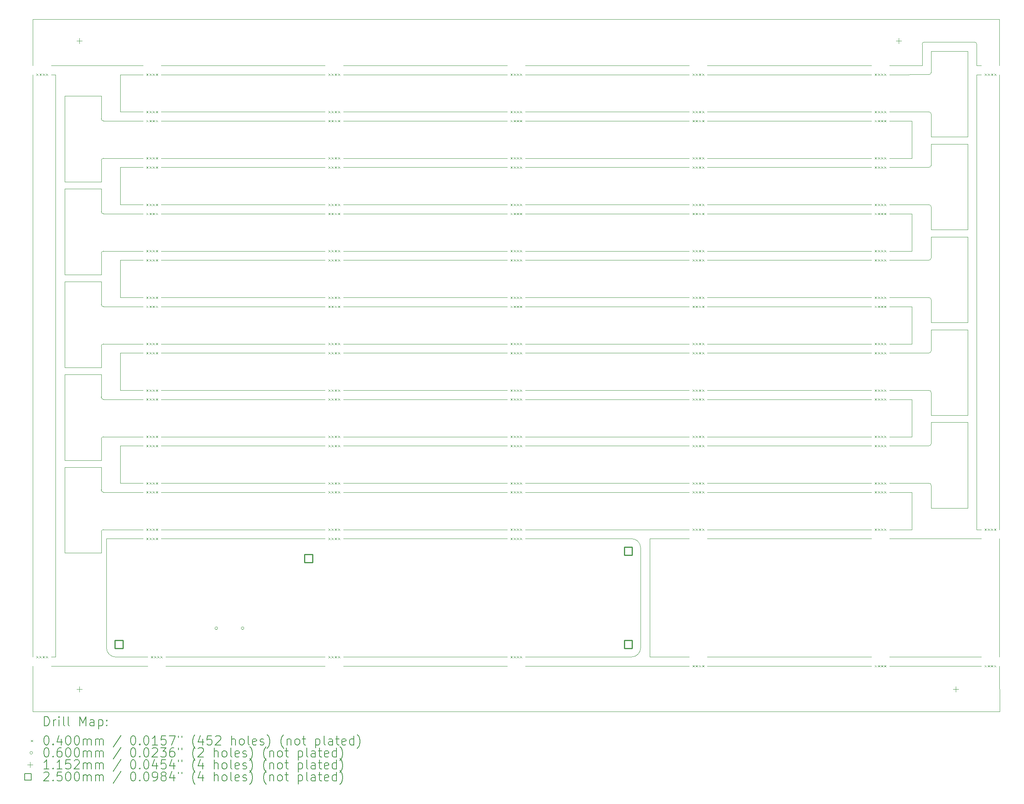
<source format=gbr>
%FSLAX45Y45*%
G04 Gerber Fmt 4.5, Leading zero omitted, Abs format (unit mm)*
G04 Created by KiCad (PCBNEW (6.0.2)) date 2022-08-31 10:54:56*
%MOMM*%
%LPD*%
G01*
G04 APERTURE LIST*
%TA.AperFunction,Profile*%
%ADD10C,0.050000*%
%TD*%
%TA.AperFunction,Profile*%
%ADD11C,0.038100*%
%TD*%
%ADD12C,0.200000*%
%ADD13C,0.040000*%
%ADD14C,0.060000*%
%ADD15C,0.115200*%
%ADD16C,0.250000*%
G04 APERTURE END LIST*
D10*
X18045000Y-8340000D02*
X21645000Y-8340000D01*
X5645000Y-9360000D02*
X5192500Y-9360000D01*
D11*
X10045000Y-16240000D02*
X13645000Y-16240000D01*
X3927500Y-5750000D02*
X3927500Y-7635000D01*
D10*
X6045000Y-7120000D02*
X9645000Y-7120000D01*
X6045000Y-3240000D02*
X9645000Y-3240000D01*
X21645000Y-5080000D02*
X18045000Y-5080000D01*
D11*
X22540000Y-13240000D02*
X22497500Y-13240000D01*
X4727855Y-7170355D02*
X4727500Y-7635000D01*
D10*
X10045000Y-8140000D02*
X13645000Y-8140000D01*
D11*
X4727855Y-13290355D02*
X4727500Y-13755000D01*
D10*
X13645000Y-4260000D02*
X10045000Y-4260000D01*
X17645000Y-8340000D02*
X14045000Y-8340000D01*
D11*
X3228000Y-3040000D02*
X3227500Y-2025000D01*
D10*
X10045000Y-6100000D02*
X13645000Y-6100000D01*
X13645000Y-7320000D02*
X10045000Y-7320000D01*
X18045000Y-6300000D02*
X21645000Y-6300000D01*
X22962145Y-12270355D02*
G75*
G03*
X22912145Y-12220355I-50000J0D01*
G01*
D11*
X13645000Y-3040000D02*
X10045000Y-3040000D01*
D10*
X18045000Y-4060000D02*
X21645000Y-4060000D01*
D11*
X22962500Y-10730000D02*
X23762500Y-10730000D01*
X22045000Y-16240000D02*
X24060000Y-16240000D01*
D10*
X17645000Y-5280000D02*
X14045000Y-5280000D01*
D11*
X17645000Y-3040000D02*
X14045000Y-3040000D01*
D10*
X18045000Y-6100000D02*
X21645000Y-6100000D01*
X5645000Y-7320000D02*
X5192500Y-7320000D01*
D11*
X9645000Y-3040000D02*
X6045000Y-3040000D01*
X3927500Y-7635000D02*
X4727500Y-7635000D01*
X22962500Y-6650000D02*
X23762500Y-6650000D01*
D10*
X6045000Y-9160000D02*
X9645000Y-9160000D01*
X21645000Y-7320000D02*
X18045000Y-7320000D01*
D11*
X22540000Y-9160000D02*
X22497500Y-9160000D01*
D10*
X22962145Y-8190355D02*
G75*
G03*
X22912145Y-8140355I-50000J0D01*
G01*
D11*
X5745000Y-16240000D02*
X3627000Y-16241000D01*
D10*
X14045000Y-7120000D02*
X17645000Y-7120000D01*
X4777855Y-11200355D02*
X5645000Y-11200000D01*
X10045000Y-11200000D02*
X13645000Y-11200000D01*
X9645000Y-4060000D02*
X6045000Y-4060000D01*
D11*
X22962145Y-9309645D02*
X22962500Y-8845000D01*
D10*
X4727855Y-8289645D02*
G75*
G03*
X4777855Y-8339645I50000J0D01*
G01*
X10045000Y-16040000D02*
X13645000Y-16040000D01*
X5150000Y-6100000D02*
X5645000Y-6100000D01*
X9645000Y-10380000D02*
X6045000Y-10380000D01*
X4777855Y-4259645D02*
X5645000Y-4260000D01*
X13645000Y-5280000D02*
X10045000Y-5280000D01*
D11*
X3927500Y-13755000D02*
X4727500Y-13755000D01*
X24460000Y-13240000D02*
X24462000Y-3240000D01*
D10*
X22540000Y-8340000D02*
X22045000Y-8340000D01*
X17645000Y-10380000D02*
X14045000Y-10380000D01*
D11*
X3927500Y-9830000D02*
X3927500Y-11715000D01*
X14045000Y-16240000D02*
X16778000Y-16240000D01*
D10*
X9645000Y-12220000D02*
X6045000Y-12220000D01*
X6045000Y-13240000D02*
X9645000Y-13240000D01*
X4777855Y-9160355D02*
X5645000Y-9160000D01*
X17645000Y-7320000D02*
X14045000Y-7320000D01*
D11*
X3927500Y-5595000D02*
X4727500Y-5595000D01*
X16577896Y-13640000D02*
G75*
G03*
X16377896Y-13440000I-200000J0D01*
G01*
D10*
X6045000Y-7320000D02*
X9645000Y-7320000D01*
X22912145Y-10180355D02*
X22045000Y-10180000D01*
D11*
X22812000Y-2525000D02*
G75*
G03*
X22762000Y-2575000I0J-50000D01*
G01*
X18045000Y-16040000D02*
X21645000Y-16040000D01*
X22962500Y-4610000D02*
X22962145Y-4110355D01*
X4727500Y-5750000D02*
X4727855Y-6249645D01*
X23762500Y-4610000D02*
X23762500Y-2725000D01*
X22540000Y-6300000D02*
X22540000Y-7120000D01*
X22045000Y-16040000D02*
X24060000Y-16040000D01*
D10*
X9645000Y-6300000D02*
X6045000Y-6300000D01*
D11*
X22962500Y-8690000D02*
X22962145Y-8190355D01*
X22540000Y-5080000D02*
X22497500Y-5080000D01*
D10*
X22912145Y-9359645D02*
X22045000Y-9360000D01*
X9645000Y-13440000D02*
X6045000Y-13440000D01*
X10045000Y-4060000D02*
X13645000Y-4060000D01*
D11*
X24460000Y-13440000D02*
X24460000Y-16040000D01*
D10*
X9645000Y-6100000D02*
X6045000Y-6100000D01*
D11*
X5150000Y-11400000D02*
X5192500Y-11400000D01*
X23762500Y-6650000D02*
X23762500Y-4765000D01*
X3627000Y-16041000D02*
X3728000Y-16041000D01*
D10*
X21645000Y-7120000D02*
X18045000Y-7120000D01*
X4727855Y-6249645D02*
G75*
G03*
X4777855Y-6299645I50000J0D01*
G01*
X16377896Y-13440000D02*
X14045000Y-13440000D01*
X6045000Y-5080000D02*
X9645000Y-5080000D01*
D11*
X22962145Y-5229645D02*
X22962500Y-4765000D01*
D10*
X13645000Y-11400000D02*
X10045000Y-11400000D01*
D11*
X3927500Y-11870000D02*
X3927500Y-13755000D01*
X5150000Y-3240000D02*
X5192500Y-3240000D01*
D10*
X4777855Y-6299645D02*
X5645000Y-6300000D01*
X22912145Y-12220355D02*
X22045000Y-12220000D01*
X5645000Y-5280000D02*
X5192500Y-5280000D01*
X18045000Y-10180000D02*
X21645000Y-10180000D01*
D11*
X24063000Y-3240000D02*
X23962000Y-3240000D01*
D10*
X18045000Y-10380000D02*
X21645000Y-10380000D01*
D11*
X23762500Y-10885000D02*
X22962500Y-10885000D01*
D10*
X9645000Y-4260000D02*
X6045000Y-4260000D01*
D11*
X4727500Y-7790000D02*
X3927500Y-7790000D01*
X3227500Y-17240000D02*
X3227000Y-16241000D01*
X22962145Y-7269645D02*
X22962500Y-6805000D01*
D10*
X21645000Y-9360000D02*
X18045000Y-9360000D01*
X17645000Y-3240000D02*
X14045000Y-3240000D01*
D11*
X18045000Y-16240000D02*
X21645000Y-16240000D01*
X22540000Y-10380000D02*
X22540000Y-11200000D01*
D10*
X14045000Y-11200000D02*
X17645000Y-11200000D01*
D11*
X4727500Y-5750000D02*
X3927500Y-5750000D01*
D10*
X17645000Y-6300000D02*
X14045000Y-6300000D01*
X5150000Y-12220000D02*
X5645000Y-12220000D01*
X9645000Y-12420000D02*
X6045000Y-12420000D01*
D11*
X22962500Y-12770000D02*
X22962145Y-12270355D01*
X24062000Y-3040000D02*
X23962000Y-3040000D01*
D10*
X22912145Y-7319645D02*
X22045000Y-7320000D01*
X13645000Y-10380000D02*
X10045000Y-10380000D01*
D11*
X17645000Y-16240000D02*
X16778000Y-16240000D01*
X22540000Y-8340000D02*
X22540000Y-9160000D01*
X3927500Y-3710000D02*
X3927500Y-5595000D01*
D10*
X17645000Y-11400000D02*
X14045000Y-11400000D01*
X22045000Y-11200000D02*
X22497500Y-11200000D01*
X4727855Y-10329645D02*
G75*
G03*
X4777855Y-10379645I50000J0D01*
G01*
D11*
X22962500Y-8690000D02*
X23762500Y-8690000D01*
D10*
X22912145Y-3239645D02*
G75*
G03*
X22962145Y-3189645I0J50000D01*
G01*
D11*
X22045000Y-3040000D02*
X22762000Y-3040000D01*
D10*
X14045000Y-5080000D02*
X17645000Y-5080000D01*
X10045000Y-9160000D02*
X13645000Y-9160000D01*
D11*
X3728000Y-16041000D02*
X3728000Y-3240000D01*
X24060000Y-13240000D02*
X23962000Y-13240000D01*
D10*
X21645000Y-5280000D02*
X18045000Y-5280000D01*
X22912145Y-11399645D02*
G75*
G03*
X22962145Y-11349645I0J50000D01*
G01*
D11*
X23762500Y-2725000D02*
X22962500Y-2725000D01*
D10*
X5150000Y-8140000D02*
X5645000Y-8140000D01*
X22540000Y-12420000D02*
X22045000Y-12420000D01*
X13645000Y-6300000D02*
X10045000Y-6300000D01*
D11*
X5150000Y-9360000D02*
X5192500Y-9360000D01*
D10*
X4777855Y-10379645D02*
X5645000Y-10380000D01*
D11*
X22045000Y-13440000D02*
X23962000Y-13440000D01*
D10*
X22962145Y-10230355D02*
G75*
G03*
X22912145Y-10180355I-50000J0D01*
G01*
D11*
X23962000Y-13240000D02*
X23962000Y-3240000D01*
D10*
X17645000Y-4260000D02*
X14045000Y-4260000D01*
D11*
X22962500Y-4610000D02*
X23762500Y-4610000D01*
D10*
X5045000Y-16040000D02*
X5745000Y-16040000D01*
D11*
X6145000Y-16240000D02*
X9645000Y-16240000D01*
D10*
X14045000Y-6100000D02*
X17645000Y-6100000D01*
X22045000Y-5080000D02*
X22497500Y-5080000D01*
D11*
X4727500Y-11870000D02*
X3927500Y-11870000D01*
X5150000Y-4060000D02*
X5150000Y-3240000D01*
D10*
X14045000Y-10180000D02*
X17645000Y-10180000D01*
D11*
X3227000Y-16041000D02*
X3228000Y-3240000D01*
X24463000Y-17240000D02*
X3227500Y-17240000D01*
D10*
X18045000Y-8140000D02*
X21645000Y-8140000D01*
D11*
X23762500Y-4765000D02*
X22962500Y-4765000D01*
X5150000Y-10180000D02*
X5150000Y-9360000D01*
X21645000Y-3040000D02*
X18045000Y-3040000D01*
D10*
X22962145Y-4110355D02*
G75*
G03*
X22912145Y-4060355I-50000J0D01*
G01*
X5645000Y-13440000D02*
X4845000Y-13440000D01*
D11*
X24462000Y-3040000D02*
X24462500Y-2025000D01*
X22962500Y-12770000D02*
X23762500Y-12770000D01*
X17645000Y-16040000D02*
X16778000Y-16040000D01*
D10*
X4777855Y-9160355D02*
G75*
G03*
X4727855Y-9210355I0J-50000D01*
G01*
D11*
X23762500Y-6805000D02*
X22962500Y-6805000D01*
D10*
X4727855Y-12369645D02*
G75*
G03*
X4777855Y-12419645I50000J0D01*
G01*
D11*
X4727855Y-5130355D02*
X4727500Y-5595000D01*
X4727500Y-7790000D02*
X4727855Y-8289645D01*
D10*
X5150000Y-4060000D02*
X5645000Y-4060000D01*
X22962145Y-6150355D02*
G75*
G03*
X22912145Y-6100355I-50000J0D01*
G01*
X10045000Y-13240000D02*
X13645000Y-13240000D01*
X13645000Y-13440000D02*
X10045000Y-13440000D01*
X21645000Y-13240000D02*
X18045000Y-13240000D01*
X6045000Y-9360000D02*
X9645000Y-9360000D01*
D11*
X4727500Y-9830000D02*
X3927500Y-9830000D01*
D10*
X14045000Y-13240000D02*
X17645000Y-13240000D01*
D11*
X5150000Y-8140000D02*
X5150000Y-7320000D01*
D10*
X13645000Y-9360000D02*
X10045000Y-9360000D01*
X4777855Y-7120355D02*
G75*
G03*
X4727855Y-7170355I0J-50000D01*
G01*
X22045000Y-9160000D02*
X22497500Y-9160000D01*
X22912145Y-7319645D02*
G75*
G03*
X22962145Y-7269645I0J50000D01*
G01*
X5645000Y-11400000D02*
X5192500Y-11400000D01*
D11*
X24463000Y-17240000D02*
X24460000Y-16240000D01*
D10*
X4777855Y-12419645D02*
X5645000Y-12420000D01*
X22912145Y-11399645D02*
X22045000Y-11400000D01*
X22912145Y-6100355D02*
X22045000Y-6100000D01*
D11*
X3628000Y-3240000D02*
X3728000Y-3240000D01*
X4727500Y-3710000D02*
X4727855Y-4209645D01*
D10*
X9645000Y-8340000D02*
X6045000Y-8340000D01*
D11*
X3927500Y-11715000D02*
X4727500Y-11715000D01*
D10*
X6045000Y-5280000D02*
X9645000Y-5280000D01*
D11*
X22762000Y-2575000D02*
X22762000Y-3040000D01*
D10*
X4777855Y-11200355D02*
G75*
G03*
X4727855Y-11250355I0J-50000D01*
G01*
D11*
X16577896Y-13640000D02*
X16577896Y-14935845D01*
D10*
X4777855Y-5080355D02*
G75*
G03*
X4727855Y-5130355I0J-50000D01*
G01*
D11*
X22962145Y-11349645D02*
X22962500Y-10885000D01*
D10*
X14045000Y-8140000D02*
X17645000Y-8140000D01*
D11*
X16778000Y-13440000D02*
X16778000Y-16040000D01*
D10*
X17645000Y-12420000D02*
X14045000Y-12420000D01*
X10045000Y-7120000D02*
X13645000Y-7120000D01*
X4777855Y-8339645D02*
X5645000Y-8340000D01*
X17645000Y-9360000D02*
X14045000Y-9360000D01*
D11*
X22540000Y-7120000D02*
X22497500Y-7120000D01*
X4845000Y-15840000D02*
G75*
G03*
X5045000Y-16040000I200000J0D01*
G01*
X5150000Y-12220000D02*
X5150000Y-11400000D01*
X4727855Y-11250355D02*
X4727500Y-11715000D01*
X23962000Y-3040000D02*
X23962000Y-2575000D01*
X22540000Y-12420000D02*
X22540000Y-13240000D01*
D10*
X13645000Y-12420000D02*
X10045000Y-12420000D01*
X9645000Y-10180000D02*
X6045000Y-10180000D01*
D11*
X22812000Y-2525000D02*
X23912000Y-2525000D01*
X3927500Y-9675000D02*
X4727500Y-9675000D01*
X23762500Y-8845000D02*
X22962500Y-8845000D01*
X3927500Y-7790000D02*
X3927500Y-9675000D01*
D10*
X4777855Y-5080355D02*
X5645000Y-5080000D01*
X4777855Y-13240355D02*
G75*
G03*
X4727855Y-13290355I0J-50000D01*
G01*
D11*
X5150000Y-5280000D02*
X5192500Y-5280000D01*
X5150000Y-7320000D02*
X5192500Y-7320000D01*
D10*
X10045000Y-5080000D02*
X13645000Y-5080000D01*
X13645000Y-3240000D02*
X10045000Y-3240000D01*
X22912145Y-5279645D02*
G75*
G03*
X22962145Y-5229645I0J50000D01*
G01*
X5150000Y-10180000D02*
X5645000Y-10180000D01*
X14045000Y-9160000D02*
X17645000Y-9160000D01*
D11*
X22962500Y-6650000D02*
X22962145Y-6150355D01*
D10*
X21645000Y-3240000D02*
X18045000Y-3240000D01*
X9645000Y-8140000D02*
X6045000Y-8140000D01*
X22912145Y-5279645D02*
X22045000Y-5280000D01*
D11*
X4727500Y-3710000D02*
X3927500Y-3710000D01*
D10*
X13645000Y-8340000D02*
X10045000Y-8340000D01*
X18045000Y-12420000D02*
X21645000Y-12420000D01*
D11*
X16577896Y-14935845D02*
X16577896Y-15840000D01*
X16377896Y-16040000D02*
G75*
G03*
X16577896Y-15840000I0J200000D01*
G01*
D10*
X6045000Y-11400000D02*
X9645000Y-11400000D01*
X22540000Y-6300000D02*
X22045000Y-6300000D01*
D11*
X23762500Y-10730000D02*
X23762500Y-8845000D01*
D10*
X10045000Y-12220000D02*
X13645000Y-12220000D01*
D11*
X5150000Y-6100000D02*
X5150000Y-5280000D01*
D10*
X22912145Y-4060355D02*
X22045000Y-4060000D01*
D11*
X23962000Y-2575000D02*
G75*
G03*
X23912000Y-2525000I-50000J0D01*
G01*
X4727855Y-9210355D02*
X4727500Y-9675000D01*
D10*
X21645000Y-9160000D02*
X18045000Y-9160000D01*
X22912145Y-3239645D02*
X22045000Y-3240000D01*
X5645000Y-3240000D02*
X5192500Y-3240000D01*
X22045000Y-13240000D02*
X22497500Y-13240000D01*
D11*
X22962500Y-10730000D02*
X22962145Y-10230355D01*
X24060000Y-13440000D02*
X23962000Y-13440000D01*
X4845000Y-13440000D02*
X4845000Y-15840000D01*
D10*
X18045000Y-12220000D02*
X21645000Y-12220000D01*
X4777855Y-13240355D02*
X5645000Y-13240000D01*
X22540000Y-4260000D02*
X22045000Y-4260000D01*
D11*
X4727500Y-9830000D02*
X4727855Y-10329645D01*
D10*
X22045000Y-7120000D02*
X22497500Y-7120000D01*
D11*
X17645000Y-13440000D02*
X16778000Y-13440000D01*
D10*
X18045000Y-4260000D02*
X21645000Y-4260000D01*
X14045000Y-12220000D02*
X17645000Y-12220000D01*
D11*
X22962145Y-3189645D02*
X22962500Y-2725000D01*
D10*
X14045000Y-16040000D02*
X16377896Y-16040000D01*
D11*
X22540000Y-11200000D02*
X22497500Y-11200000D01*
D10*
X22912145Y-9359645D02*
G75*
G03*
X22962145Y-9309645I0J50000D01*
G01*
D11*
X22540000Y-4260000D02*
X22540000Y-5080000D01*
X5645000Y-3040000D02*
X3628000Y-3040000D01*
D10*
X4777855Y-7120355D02*
X5645000Y-7120000D01*
D11*
X24462500Y-2025000D02*
X3227500Y-2025000D01*
D10*
X6145000Y-16040000D02*
X9645000Y-16040000D01*
D11*
X23762500Y-8690000D02*
X23762500Y-6805000D01*
X4727500Y-11870000D02*
X4727855Y-12369645D01*
D10*
X22540000Y-10380000D02*
X22045000Y-10380000D01*
X10045000Y-10180000D02*
X13645000Y-10180000D01*
D11*
X23762500Y-12770000D02*
X23762500Y-10885000D01*
D10*
X22912145Y-8140355D02*
X22045000Y-8140000D01*
X21645000Y-11400000D02*
X18045000Y-11400000D01*
X21645000Y-11200000D02*
X18045000Y-11200000D01*
X4727855Y-4209645D02*
G75*
G03*
X4777855Y-4259645I50000J0D01*
G01*
X6045000Y-11200000D02*
X9645000Y-11200000D01*
D11*
X18045000Y-13440000D02*
X21645000Y-13440000D01*
D10*
X14045000Y-4060000D02*
X17645000Y-4060000D01*
D12*
D13*
X3302000Y-16021000D02*
X3342000Y-16061000D01*
X3342000Y-16021000D02*
X3302000Y-16061000D01*
X3303000Y-3220000D02*
X3343000Y-3260000D01*
X3343000Y-3220000D02*
X3303000Y-3260000D01*
X3372000Y-16021000D02*
X3412000Y-16061000D01*
X3412000Y-16021000D02*
X3372000Y-16061000D01*
X3373000Y-3220000D02*
X3413000Y-3260000D01*
X3413000Y-3220000D02*
X3373000Y-3260000D01*
X3442000Y-16021000D02*
X3482000Y-16061000D01*
X3482000Y-16021000D02*
X3442000Y-16061000D01*
X3443000Y-3220000D02*
X3483000Y-3260000D01*
X3483000Y-3220000D02*
X3443000Y-3260000D01*
X3512000Y-16021000D02*
X3552000Y-16061000D01*
X3552000Y-16021000D02*
X3512000Y-16061000D01*
X3513000Y-3220000D02*
X3553000Y-3260000D01*
X3553000Y-3220000D02*
X3513000Y-3260000D01*
X5720000Y-3220000D02*
X5760000Y-3260000D01*
X5760000Y-3220000D02*
X5720000Y-3260000D01*
X5720000Y-4040000D02*
X5760000Y-4080000D01*
X5760000Y-4040000D02*
X5720000Y-4080000D01*
X5720000Y-4240000D02*
X5760000Y-4280000D01*
X5760000Y-4240000D02*
X5720000Y-4280000D01*
X5720000Y-5060000D02*
X5760000Y-5100000D01*
X5760000Y-5060000D02*
X5720000Y-5100000D01*
X5720000Y-5260000D02*
X5760000Y-5300000D01*
X5760000Y-5260000D02*
X5720000Y-5300000D01*
X5720000Y-6080000D02*
X5760000Y-6120000D01*
X5760000Y-6080000D02*
X5720000Y-6120000D01*
X5720000Y-6280000D02*
X5760000Y-6320000D01*
X5760000Y-6280000D02*
X5720000Y-6320000D01*
X5720000Y-7100000D02*
X5760000Y-7140000D01*
X5760000Y-7100000D02*
X5720000Y-7140000D01*
X5720000Y-7300000D02*
X5760000Y-7340000D01*
X5760000Y-7300000D02*
X5720000Y-7340000D01*
X5720000Y-8120000D02*
X5760000Y-8160000D01*
X5760000Y-8120000D02*
X5720000Y-8160000D01*
X5720000Y-8320000D02*
X5760000Y-8360000D01*
X5760000Y-8320000D02*
X5720000Y-8360000D01*
X5720000Y-9140000D02*
X5760000Y-9180000D01*
X5760000Y-9140000D02*
X5720000Y-9180000D01*
X5720000Y-9340000D02*
X5760000Y-9380000D01*
X5760000Y-9340000D02*
X5720000Y-9380000D01*
X5720000Y-10160000D02*
X5760000Y-10200000D01*
X5760000Y-10160000D02*
X5720000Y-10200000D01*
X5720000Y-10360000D02*
X5760000Y-10400000D01*
X5760000Y-10360000D02*
X5720000Y-10400000D01*
X5720000Y-11180000D02*
X5760000Y-11220000D01*
X5760000Y-11180000D02*
X5720000Y-11220000D01*
X5720000Y-11380000D02*
X5760000Y-11420000D01*
X5760000Y-11380000D02*
X5720000Y-11420000D01*
X5720000Y-12200000D02*
X5760000Y-12240000D01*
X5760000Y-12200000D02*
X5720000Y-12240000D01*
X5720000Y-12400000D02*
X5760000Y-12440000D01*
X5760000Y-12400000D02*
X5720000Y-12440000D01*
X5720000Y-13220000D02*
X5760000Y-13260000D01*
X5760000Y-13220000D02*
X5720000Y-13260000D01*
X5720000Y-13420000D02*
X5760000Y-13460000D01*
X5760000Y-13420000D02*
X5720000Y-13460000D01*
X5790000Y-3220000D02*
X5830000Y-3260000D01*
X5830000Y-3220000D02*
X5790000Y-3260000D01*
X5790000Y-4040000D02*
X5830000Y-4080000D01*
X5830000Y-4040000D02*
X5790000Y-4080000D01*
X5790000Y-4240000D02*
X5830000Y-4280000D01*
X5830000Y-4240000D02*
X5790000Y-4280000D01*
X5790000Y-5060000D02*
X5830000Y-5100000D01*
X5830000Y-5060000D02*
X5790000Y-5100000D01*
X5790000Y-5260000D02*
X5830000Y-5300000D01*
X5830000Y-5260000D02*
X5790000Y-5300000D01*
X5790000Y-6080000D02*
X5830000Y-6120000D01*
X5830000Y-6080000D02*
X5790000Y-6120000D01*
X5790000Y-6280000D02*
X5830000Y-6320000D01*
X5830000Y-6280000D02*
X5790000Y-6320000D01*
X5790000Y-7100000D02*
X5830000Y-7140000D01*
X5830000Y-7100000D02*
X5790000Y-7140000D01*
X5790000Y-7300000D02*
X5830000Y-7340000D01*
X5830000Y-7300000D02*
X5790000Y-7340000D01*
X5790000Y-8120000D02*
X5830000Y-8160000D01*
X5830000Y-8120000D02*
X5790000Y-8160000D01*
X5790000Y-8320000D02*
X5830000Y-8360000D01*
X5830000Y-8320000D02*
X5790000Y-8360000D01*
X5790000Y-9140000D02*
X5830000Y-9180000D01*
X5830000Y-9140000D02*
X5790000Y-9180000D01*
X5790000Y-9340000D02*
X5830000Y-9380000D01*
X5830000Y-9340000D02*
X5790000Y-9380000D01*
X5790000Y-10160000D02*
X5830000Y-10200000D01*
X5830000Y-10160000D02*
X5790000Y-10200000D01*
X5790000Y-10360000D02*
X5830000Y-10400000D01*
X5830000Y-10360000D02*
X5790000Y-10400000D01*
X5790000Y-11180000D02*
X5830000Y-11220000D01*
X5830000Y-11180000D02*
X5790000Y-11220000D01*
X5790000Y-11380000D02*
X5830000Y-11420000D01*
X5830000Y-11380000D02*
X5790000Y-11420000D01*
X5790000Y-12200000D02*
X5830000Y-12240000D01*
X5830000Y-12200000D02*
X5790000Y-12240000D01*
X5790000Y-12400000D02*
X5830000Y-12440000D01*
X5830000Y-12400000D02*
X5790000Y-12440000D01*
X5790000Y-13220000D02*
X5830000Y-13260000D01*
X5830000Y-13220000D02*
X5790000Y-13260000D01*
X5790000Y-13420000D02*
X5830000Y-13460000D01*
X5830000Y-13420000D02*
X5790000Y-13460000D01*
X5820000Y-16020000D02*
X5860000Y-16060000D01*
X5860000Y-16020000D02*
X5820000Y-16060000D01*
X5860000Y-3220000D02*
X5900000Y-3260000D01*
X5900000Y-3220000D02*
X5860000Y-3260000D01*
X5860000Y-4040000D02*
X5900000Y-4080000D01*
X5900000Y-4040000D02*
X5860000Y-4080000D01*
X5860000Y-4240000D02*
X5900000Y-4280000D01*
X5900000Y-4240000D02*
X5860000Y-4280000D01*
X5860000Y-5060000D02*
X5900000Y-5100000D01*
X5900000Y-5060000D02*
X5860000Y-5100000D01*
X5860000Y-5260000D02*
X5900000Y-5300000D01*
X5900000Y-5260000D02*
X5860000Y-5300000D01*
X5860000Y-6080000D02*
X5900000Y-6120000D01*
X5900000Y-6080000D02*
X5860000Y-6120000D01*
X5860000Y-6280000D02*
X5900000Y-6320000D01*
X5900000Y-6280000D02*
X5860000Y-6320000D01*
X5860000Y-7100000D02*
X5900000Y-7140000D01*
X5900000Y-7100000D02*
X5860000Y-7140000D01*
X5860000Y-7300000D02*
X5900000Y-7340000D01*
X5900000Y-7300000D02*
X5860000Y-7340000D01*
X5860000Y-8120000D02*
X5900000Y-8160000D01*
X5900000Y-8120000D02*
X5860000Y-8160000D01*
X5860000Y-8320000D02*
X5900000Y-8360000D01*
X5900000Y-8320000D02*
X5860000Y-8360000D01*
X5860000Y-9140000D02*
X5900000Y-9180000D01*
X5900000Y-9140000D02*
X5860000Y-9180000D01*
X5860000Y-9340000D02*
X5900000Y-9380000D01*
X5900000Y-9340000D02*
X5860000Y-9380000D01*
X5860000Y-10160000D02*
X5900000Y-10200000D01*
X5900000Y-10160000D02*
X5860000Y-10200000D01*
X5860000Y-10360000D02*
X5900000Y-10400000D01*
X5900000Y-10360000D02*
X5860000Y-10400000D01*
X5860000Y-11180000D02*
X5900000Y-11220000D01*
X5900000Y-11180000D02*
X5860000Y-11220000D01*
X5860000Y-11380000D02*
X5900000Y-11420000D01*
X5900000Y-11380000D02*
X5860000Y-11420000D01*
X5860000Y-12200000D02*
X5900000Y-12240000D01*
X5900000Y-12200000D02*
X5860000Y-12240000D01*
X5860000Y-12400000D02*
X5900000Y-12440000D01*
X5900000Y-12400000D02*
X5860000Y-12440000D01*
X5860000Y-13220000D02*
X5900000Y-13260000D01*
X5900000Y-13220000D02*
X5860000Y-13260000D01*
X5860000Y-13420000D02*
X5900000Y-13460000D01*
X5900000Y-13420000D02*
X5860000Y-13460000D01*
X5890000Y-16020000D02*
X5930000Y-16060000D01*
X5930000Y-16020000D02*
X5890000Y-16060000D01*
X5930000Y-3220000D02*
X5970000Y-3260000D01*
X5970000Y-3220000D02*
X5930000Y-3260000D01*
X5930000Y-4040000D02*
X5970000Y-4080000D01*
X5970000Y-4040000D02*
X5930000Y-4080000D01*
X5930000Y-4240000D02*
X5970000Y-4280000D01*
X5970000Y-4240000D02*
X5930000Y-4280000D01*
X5930000Y-5060000D02*
X5970000Y-5100000D01*
X5970000Y-5060000D02*
X5930000Y-5100000D01*
X5930000Y-5260000D02*
X5970000Y-5300000D01*
X5970000Y-5260000D02*
X5930000Y-5300000D01*
X5930000Y-6080000D02*
X5970000Y-6120000D01*
X5970000Y-6080000D02*
X5930000Y-6120000D01*
X5930000Y-6280000D02*
X5970000Y-6320000D01*
X5970000Y-6280000D02*
X5930000Y-6320000D01*
X5930000Y-7100000D02*
X5970000Y-7140000D01*
X5970000Y-7100000D02*
X5930000Y-7140000D01*
X5930000Y-7300000D02*
X5970000Y-7340000D01*
X5970000Y-7300000D02*
X5930000Y-7340000D01*
X5930000Y-8120000D02*
X5970000Y-8160000D01*
X5970000Y-8120000D02*
X5930000Y-8160000D01*
X5930000Y-8320000D02*
X5970000Y-8360000D01*
X5970000Y-8320000D02*
X5930000Y-8360000D01*
X5930000Y-9140000D02*
X5970000Y-9180000D01*
X5970000Y-9140000D02*
X5930000Y-9180000D01*
X5930000Y-9340000D02*
X5970000Y-9380000D01*
X5970000Y-9340000D02*
X5930000Y-9380000D01*
X5930000Y-10160000D02*
X5970000Y-10200000D01*
X5970000Y-10160000D02*
X5930000Y-10200000D01*
X5930000Y-10360000D02*
X5970000Y-10400000D01*
X5970000Y-10360000D02*
X5930000Y-10400000D01*
X5930000Y-11180000D02*
X5970000Y-11220000D01*
X5970000Y-11180000D02*
X5930000Y-11220000D01*
X5930000Y-11380000D02*
X5970000Y-11420000D01*
X5970000Y-11380000D02*
X5930000Y-11420000D01*
X5930000Y-12200000D02*
X5970000Y-12240000D01*
X5970000Y-12200000D02*
X5930000Y-12240000D01*
X5930000Y-12400000D02*
X5970000Y-12440000D01*
X5970000Y-12400000D02*
X5930000Y-12440000D01*
X5930000Y-13220000D02*
X5970000Y-13260000D01*
X5970000Y-13220000D02*
X5930000Y-13260000D01*
X5930000Y-13420000D02*
X5970000Y-13460000D01*
X5970000Y-13420000D02*
X5930000Y-13460000D01*
X5960000Y-16020000D02*
X6000000Y-16060000D01*
X6000000Y-16020000D02*
X5960000Y-16060000D01*
X6030000Y-16020000D02*
X6070000Y-16060000D01*
X6070000Y-16020000D02*
X6030000Y-16060000D01*
X9720000Y-3220000D02*
X9760000Y-3260000D01*
X9760000Y-3220000D02*
X9720000Y-3260000D01*
X9720000Y-4040000D02*
X9760000Y-4080000D01*
X9760000Y-4040000D02*
X9720000Y-4080000D01*
X9720000Y-4240000D02*
X9760000Y-4280000D01*
X9760000Y-4240000D02*
X9720000Y-4280000D01*
X9720000Y-5060000D02*
X9760000Y-5100000D01*
X9760000Y-5060000D02*
X9720000Y-5100000D01*
X9720000Y-5260000D02*
X9760000Y-5300000D01*
X9760000Y-5260000D02*
X9720000Y-5300000D01*
X9720000Y-6080000D02*
X9760000Y-6120000D01*
X9760000Y-6080000D02*
X9720000Y-6120000D01*
X9720000Y-6280000D02*
X9760000Y-6320000D01*
X9760000Y-6280000D02*
X9720000Y-6320000D01*
X9720000Y-7100000D02*
X9760000Y-7140000D01*
X9760000Y-7100000D02*
X9720000Y-7140000D01*
X9720000Y-7300000D02*
X9760000Y-7340000D01*
X9760000Y-7300000D02*
X9720000Y-7340000D01*
X9720000Y-8120000D02*
X9760000Y-8160000D01*
X9760000Y-8120000D02*
X9720000Y-8160000D01*
X9720000Y-8320000D02*
X9760000Y-8360000D01*
X9760000Y-8320000D02*
X9720000Y-8360000D01*
X9720000Y-9140000D02*
X9760000Y-9180000D01*
X9760000Y-9140000D02*
X9720000Y-9180000D01*
X9720000Y-9340000D02*
X9760000Y-9380000D01*
X9760000Y-9340000D02*
X9720000Y-9380000D01*
X9720000Y-10160000D02*
X9760000Y-10200000D01*
X9760000Y-10160000D02*
X9720000Y-10200000D01*
X9720000Y-10360000D02*
X9760000Y-10400000D01*
X9760000Y-10360000D02*
X9720000Y-10400000D01*
X9720000Y-11180000D02*
X9760000Y-11220000D01*
X9760000Y-11180000D02*
X9720000Y-11220000D01*
X9720000Y-11380000D02*
X9760000Y-11420000D01*
X9760000Y-11380000D02*
X9720000Y-11420000D01*
X9720000Y-12200000D02*
X9760000Y-12240000D01*
X9760000Y-12200000D02*
X9720000Y-12240000D01*
X9720000Y-12400000D02*
X9760000Y-12440000D01*
X9760000Y-12400000D02*
X9720000Y-12440000D01*
X9720000Y-13220000D02*
X9760000Y-13260000D01*
X9760000Y-13220000D02*
X9720000Y-13260000D01*
X9720000Y-13420000D02*
X9760000Y-13460000D01*
X9760000Y-13420000D02*
X9720000Y-13460000D01*
X9720000Y-16020000D02*
X9760000Y-16060000D01*
X9760000Y-16020000D02*
X9720000Y-16060000D01*
X9790000Y-3220000D02*
X9830000Y-3260000D01*
X9830000Y-3220000D02*
X9790000Y-3260000D01*
X9790000Y-4040000D02*
X9830000Y-4080000D01*
X9830000Y-4040000D02*
X9790000Y-4080000D01*
X9790000Y-4240000D02*
X9830000Y-4280000D01*
X9830000Y-4240000D02*
X9790000Y-4280000D01*
X9790000Y-5060000D02*
X9830000Y-5100000D01*
X9830000Y-5060000D02*
X9790000Y-5100000D01*
X9790000Y-5260000D02*
X9830000Y-5300000D01*
X9830000Y-5260000D02*
X9790000Y-5300000D01*
X9790000Y-6080000D02*
X9830000Y-6120000D01*
X9830000Y-6080000D02*
X9790000Y-6120000D01*
X9790000Y-6280000D02*
X9830000Y-6320000D01*
X9830000Y-6280000D02*
X9790000Y-6320000D01*
X9790000Y-7100000D02*
X9830000Y-7140000D01*
X9830000Y-7100000D02*
X9790000Y-7140000D01*
X9790000Y-7300000D02*
X9830000Y-7340000D01*
X9830000Y-7300000D02*
X9790000Y-7340000D01*
X9790000Y-8120000D02*
X9830000Y-8160000D01*
X9830000Y-8120000D02*
X9790000Y-8160000D01*
X9790000Y-8320000D02*
X9830000Y-8360000D01*
X9830000Y-8320000D02*
X9790000Y-8360000D01*
X9790000Y-9140000D02*
X9830000Y-9180000D01*
X9830000Y-9140000D02*
X9790000Y-9180000D01*
X9790000Y-9340000D02*
X9830000Y-9380000D01*
X9830000Y-9340000D02*
X9790000Y-9380000D01*
X9790000Y-10160000D02*
X9830000Y-10200000D01*
X9830000Y-10160000D02*
X9790000Y-10200000D01*
X9790000Y-10360000D02*
X9830000Y-10400000D01*
X9830000Y-10360000D02*
X9790000Y-10400000D01*
X9790000Y-11180000D02*
X9830000Y-11220000D01*
X9830000Y-11180000D02*
X9790000Y-11220000D01*
X9790000Y-11380000D02*
X9830000Y-11420000D01*
X9830000Y-11380000D02*
X9790000Y-11420000D01*
X9790000Y-12200000D02*
X9830000Y-12240000D01*
X9830000Y-12200000D02*
X9790000Y-12240000D01*
X9790000Y-12400000D02*
X9830000Y-12440000D01*
X9830000Y-12400000D02*
X9790000Y-12440000D01*
X9790000Y-13220000D02*
X9830000Y-13260000D01*
X9830000Y-13220000D02*
X9790000Y-13260000D01*
X9790000Y-13420000D02*
X9830000Y-13460000D01*
X9830000Y-13420000D02*
X9790000Y-13460000D01*
X9790000Y-16020000D02*
X9830000Y-16060000D01*
X9830000Y-16020000D02*
X9790000Y-16060000D01*
X9860000Y-3220000D02*
X9900000Y-3260000D01*
X9900000Y-3220000D02*
X9860000Y-3260000D01*
X9860000Y-4040000D02*
X9900000Y-4080000D01*
X9900000Y-4040000D02*
X9860000Y-4080000D01*
X9860000Y-4240000D02*
X9900000Y-4280000D01*
X9900000Y-4240000D02*
X9860000Y-4280000D01*
X9860000Y-5060000D02*
X9900000Y-5100000D01*
X9900000Y-5060000D02*
X9860000Y-5100000D01*
X9860000Y-5260000D02*
X9900000Y-5300000D01*
X9900000Y-5260000D02*
X9860000Y-5300000D01*
X9860000Y-6080000D02*
X9900000Y-6120000D01*
X9900000Y-6080000D02*
X9860000Y-6120000D01*
X9860000Y-6280000D02*
X9900000Y-6320000D01*
X9900000Y-6280000D02*
X9860000Y-6320000D01*
X9860000Y-7100000D02*
X9900000Y-7140000D01*
X9900000Y-7100000D02*
X9860000Y-7140000D01*
X9860000Y-7300000D02*
X9900000Y-7340000D01*
X9900000Y-7300000D02*
X9860000Y-7340000D01*
X9860000Y-8120000D02*
X9900000Y-8160000D01*
X9900000Y-8120000D02*
X9860000Y-8160000D01*
X9860000Y-8320000D02*
X9900000Y-8360000D01*
X9900000Y-8320000D02*
X9860000Y-8360000D01*
X9860000Y-9140000D02*
X9900000Y-9180000D01*
X9900000Y-9140000D02*
X9860000Y-9180000D01*
X9860000Y-9340000D02*
X9900000Y-9380000D01*
X9900000Y-9340000D02*
X9860000Y-9380000D01*
X9860000Y-10160000D02*
X9900000Y-10200000D01*
X9900000Y-10160000D02*
X9860000Y-10200000D01*
X9860000Y-10360000D02*
X9900000Y-10400000D01*
X9900000Y-10360000D02*
X9860000Y-10400000D01*
X9860000Y-11180000D02*
X9900000Y-11220000D01*
X9900000Y-11180000D02*
X9860000Y-11220000D01*
X9860000Y-11380000D02*
X9900000Y-11420000D01*
X9900000Y-11380000D02*
X9860000Y-11420000D01*
X9860000Y-12200000D02*
X9900000Y-12240000D01*
X9900000Y-12200000D02*
X9860000Y-12240000D01*
X9860000Y-12400000D02*
X9900000Y-12440000D01*
X9900000Y-12400000D02*
X9860000Y-12440000D01*
X9860000Y-13220000D02*
X9900000Y-13260000D01*
X9900000Y-13220000D02*
X9860000Y-13260000D01*
X9860000Y-13420000D02*
X9900000Y-13460000D01*
X9900000Y-13420000D02*
X9860000Y-13460000D01*
X9860000Y-16020000D02*
X9900000Y-16060000D01*
X9900000Y-16020000D02*
X9860000Y-16060000D01*
X9930000Y-3220000D02*
X9970000Y-3260000D01*
X9970000Y-3220000D02*
X9930000Y-3260000D01*
X9930000Y-4040000D02*
X9970000Y-4080000D01*
X9970000Y-4040000D02*
X9930000Y-4080000D01*
X9930000Y-4240000D02*
X9970000Y-4280000D01*
X9970000Y-4240000D02*
X9930000Y-4280000D01*
X9930000Y-5060000D02*
X9970000Y-5100000D01*
X9970000Y-5060000D02*
X9930000Y-5100000D01*
X9930000Y-5260000D02*
X9970000Y-5300000D01*
X9970000Y-5260000D02*
X9930000Y-5300000D01*
X9930000Y-6080000D02*
X9970000Y-6120000D01*
X9970000Y-6080000D02*
X9930000Y-6120000D01*
X9930000Y-6280000D02*
X9970000Y-6320000D01*
X9970000Y-6280000D02*
X9930000Y-6320000D01*
X9930000Y-7100000D02*
X9970000Y-7140000D01*
X9970000Y-7100000D02*
X9930000Y-7140000D01*
X9930000Y-7300000D02*
X9970000Y-7340000D01*
X9970000Y-7300000D02*
X9930000Y-7340000D01*
X9930000Y-8120000D02*
X9970000Y-8160000D01*
X9970000Y-8120000D02*
X9930000Y-8160000D01*
X9930000Y-8320000D02*
X9970000Y-8360000D01*
X9970000Y-8320000D02*
X9930000Y-8360000D01*
X9930000Y-9140000D02*
X9970000Y-9180000D01*
X9970000Y-9140000D02*
X9930000Y-9180000D01*
X9930000Y-9340000D02*
X9970000Y-9380000D01*
X9970000Y-9340000D02*
X9930000Y-9380000D01*
X9930000Y-10160000D02*
X9970000Y-10200000D01*
X9970000Y-10160000D02*
X9930000Y-10200000D01*
X9930000Y-10360000D02*
X9970000Y-10400000D01*
X9970000Y-10360000D02*
X9930000Y-10400000D01*
X9930000Y-11180000D02*
X9970000Y-11220000D01*
X9970000Y-11180000D02*
X9930000Y-11220000D01*
X9930000Y-11380000D02*
X9970000Y-11420000D01*
X9970000Y-11380000D02*
X9930000Y-11420000D01*
X9930000Y-12200000D02*
X9970000Y-12240000D01*
X9970000Y-12200000D02*
X9930000Y-12240000D01*
X9930000Y-12400000D02*
X9970000Y-12440000D01*
X9970000Y-12400000D02*
X9930000Y-12440000D01*
X9930000Y-13220000D02*
X9970000Y-13260000D01*
X9970000Y-13220000D02*
X9930000Y-13260000D01*
X9930000Y-13420000D02*
X9970000Y-13460000D01*
X9970000Y-13420000D02*
X9930000Y-13460000D01*
X9930000Y-16020000D02*
X9970000Y-16060000D01*
X9970000Y-16020000D02*
X9930000Y-16060000D01*
X13720000Y-3220000D02*
X13760000Y-3260000D01*
X13760000Y-3220000D02*
X13720000Y-3260000D01*
X13720000Y-4040000D02*
X13760000Y-4080000D01*
X13760000Y-4040000D02*
X13720000Y-4080000D01*
X13720000Y-4240000D02*
X13760000Y-4280000D01*
X13760000Y-4240000D02*
X13720000Y-4280000D01*
X13720000Y-5060000D02*
X13760000Y-5100000D01*
X13760000Y-5060000D02*
X13720000Y-5100000D01*
X13720000Y-5260000D02*
X13760000Y-5300000D01*
X13760000Y-5260000D02*
X13720000Y-5300000D01*
X13720000Y-6080000D02*
X13760000Y-6120000D01*
X13760000Y-6080000D02*
X13720000Y-6120000D01*
X13720000Y-6280000D02*
X13760000Y-6320000D01*
X13760000Y-6280000D02*
X13720000Y-6320000D01*
X13720000Y-7100000D02*
X13760000Y-7140000D01*
X13760000Y-7100000D02*
X13720000Y-7140000D01*
X13720000Y-7300000D02*
X13760000Y-7340000D01*
X13760000Y-7300000D02*
X13720000Y-7340000D01*
X13720000Y-8120000D02*
X13760000Y-8160000D01*
X13760000Y-8120000D02*
X13720000Y-8160000D01*
X13720000Y-8320000D02*
X13760000Y-8360000D01*
X13760000Y-8320000D02*
X13720000Y-8360000D01*
X13720000Y-9140000D02*
X13760000Y-9180000D01*
X13760000Y-9140000D02*
X13720000Y-9180000D01*
X13720000Y-9340000D02*
X13760000Y-9380000D01*
X13760000Y-9340000D02*
X13720000Y-9380000D01*
X13720000Y-10160000D02*
X13760000Y-10200000D01*
X13760000Y-10160000D02*
X13720000Y-10200000D01*
X13720000Y-10360000D02*
X13760000Y-10400000D01*
X13760000Y-10360000D02*
X13720000Y-10400000D01*
X13720000Y-11180000D02*
X13760000Y-11220000D01*
X13760000Y-11180000D02*
X13720000Y-11220000D01*
X13720000Y-11380000D02*
X13760000Y-11420000D01*
X13760000Y-11380000D02*
X13720000Y-11420000D01*
X13720000Y-12200000D02*
X13760000Y-12240000D01*
X13760000Y-12200000D02*
X13720000Y-12240000D01*
X13720000Y-12400000D02*
X13760000Y-12440000D01*
X13760000Y-12400000D02*
X13720000Y-12440000D01*
X13720000Y-13220000D02*
X13760000Y-13260000D01*
X13760000Y-13220000D02*
X13720000Y-13260000D01*
X13720000Y-13420000D02*
X13760000Y-13460000D01*
X13760000Y-13420000D02*
X13720000Y-13460000D01*
X13720000Y-16020000D02*
X13760000Y-16060000D01*
X13760000Y-16020000D02*
X13720000Y-16060000D01*
X13790000Y-3220000D02*
X13830000Y-3260000D01*
X13830000Y-3220000D02*
X13790000Y-3260000D01*
X13790000Y-4040000D02*
X13830000Y-4080000D01*
X13830000Y-4040000D02*
X13790000Y-4080000D01*
X13790000Y-4240000D02*
X13830000Y-4280000D01*
X13830000Y-4240000D02*
X13790000Y-4280000D01*
X13790000Y-5060000D02*
X13830000Y-5100000D01*
X13830000Y-5060000D02*
X13790000Y-5100000D01*
X13790000Y-5260000D02*
X13830000Y-5300000D01*
X13830000Y-5260000D02*
X13790000Y-5300000D01*
X13790000Y-6080000D02*
X13830000Y-6120000D01*
X13830000Y-6080000D02*
X13790000Y-6120000D01*
X13790000Y-6280000D02*
X13830000Y-6320000D01*
X13830000Y-6280000D02*
X13790000Y-6320000D01*
X13790000Y-7100000D02*
X13830000Y-7140000D01*
X13830000Y-7100000D02*
X13790000Y-7140000D01*
X13790000Y-7300000D02*
X13830000Y-7340000D01*
X13830000Y-7300000D02*
X13790000Y-7340000D01*
X13790000Y-8120000D02*
X13830000Y-8160000D01*
X13830000Y-8120000D02*
X13790000Y-8160000D01*
X13790000Y-8320000D02*
X13830000Y-8360000D01*
X13830000Y-8320000D02*
X13790000Y-8360000D01*
X13790000Y-9140000D02*
X13830000Y-9180000D01*
X13830000Y-9140000D02*
X13790000Y-9180000D01*
X13790000Y-9340000D02*
X13830000Y-9380000D01*
X13830000Y-9340000D02*
X13790000Y-9380000D01*
X13790000Y-10160000D02*
X13830000Y-10200000D01*
X13830000Y-10160000D02*
X13790000Y-10200000D01*
X13790000Y-10360000D02*
X13830000Y-10400000D01*
X13830000Y-10360000D02*
X13790000Y-10400000D01*
X13790000Y-11180000D02*
X13830000Y-11220000D01*
X13830000Y-11180000D02*
X13790000Y-11220000D01*
X13790000Y-11380000D02*
X13830000Y-11420000D01*
X13830000Y-11380000D02*
X13790000Y-11420000D01*
X13790000Y-12200000D02*
X13830000Y-12240000D01*
X13830000Y-12200000D02*
X13790000Y-12240000D01*
X13790000Y-12400000D02*
X13830000Y-12440000D01*
X13830000Y-12400000D02*
X13790000Y-12440000D01*
X13790000Y-13220000D02*
X13830000Y-13260000D01*
X13830000Y-13220000D02*
X13790000Y-13260000D01*
X13790000Y-13420000D02*
X13830000Y-13460000D01*
X13830000Y-13420000D02*
X13790000Y-13460000D01*
X13790000Y-16020000D02*
X13830000Y-16060000D01*
X13830000Y-16020000D02*
X13790000Y-16060000D01*
X13860000Y-3220000D02*
X13900000Y-3260000D01*
X13900000Y-3220000D02*
X13860000Y-3260000D01*
X13860000Y-4040000D02*
X13900000Y-4080000D01*
X13900000Y-4040000D02*
X13860000Y-4080000D01*
X13860000Y-4240000D02*
X13900000Y-4280000D01*
X13900000Y-4240000D02*
X13860000Y-4280000D01*
X13860000Y-5060000D02*
X13900000Y-5100000D01*
X13900000Y-5060000D02*
X13860000Y-5100000D01*
X13860000Y-5260000D02*
X13900000Y-5300000D01*
X13900000Y-5260000D02*
X13860000Y-5300000D01*
X13860000Y-6080000D02*
X13900000Y-6120000D01*
X13900000Y-6080000D02*
X13860000Y-6120000D01*
X13860000Y-6280000D02*
X13900000Y-6320000D01*
X13900000Y-6280000D02*
X13860000Y-6320000D01*
X13860000Y-7100000D02*
X13900000Y-7140000D01*
X13900000Y-7100000D02*
X13860000Y-7140000D01*
X13860000Y-7300000D02*
X13900000Y-7340000D01*
X13900000Y-7300000D02*
X13860000Y-7340000D01*
X13860000Y-8120000D02*
X13900000Y-8160000D01*
X13900000Y-8120000D02*
X13860000Y-8160000D01*
X13860000Y-8320000D02*
X13900000Y-8360000D01*
X13900000Y-8320000D02*
X13860000Y-8360000D01*
X13860000Y-9140000D02*
X13900000Y-9180000D01*
X13900000Y-9140000D02*
X13860000Y-9180000D01*
X13860000Y-9340000D02*
X13900000Y-9380000D01*
X13900000Y-9340000D02*
X13860000Y-9380000D01*
X13860000Y-10160000D02*
X13900000Y-10200000D01*
X13900000Y-10160000D02*
X13860000Y-10200000D01*
X13860000Y-10360000D02*
X13900000Y-10400000D01*
X13900000Y-10360000D02*
X13860000Y-10400000D01*
X13860000Y-11180000D02*
X13900000Y-11220000D01*
X13900000Y-11180000D02*
X13860000Y-11220000D01*
X13860000Y-11380000D02*
X13900000Y-11420000D01*
X13900000Y-11380000D02*
X13860000Y-11420000D01*
X13860000Y-12200000D02*
X13900000Y-12240000D01*
X13900000Y-12200000D02*
X13860000Y-12240000D01*
X13860000Y-12400000D02*
X13900000Y-12440000D01*
X13900000Y-12400000D02*
X13860000Y-12440000D01*
X13860000Y-13220000D02*
X13900000Y-13260000D01*
X13900000Y-13220000D02*
X13860000Y-13260000D01*
X13860000Y-13420000D02*
X13900000Y-13460000D01*
X13900000Y-13420000D02*
X13860000Y-13460000D01*
X13860000Y-16020000D02*
X13900000Y-16060000D01*
X13900000Y-16020000D02*
X13860000Y-16060000D01*
X13930000Y-3220000D02*
X13970000Y-3260000D01*
X13970000Y-3220000D02*
X13930000Y-3260000D01*
X13930000Y-4040000D02*
X13970000Y-4080000D01*
X13970000Y-4040000D02*
X13930000Y-4080000D01*
X13930000Y-4240000D02*
X13970000Y-4280000D01*
X13970000Y-4240000D02*
X13930000Y-4280000D01*
X13930000Y-5060000D02*
X13970000Y-5100000D01*
X13970000Y-5060000D02*
X13930000Y-5100000D01*
X13930000Y-5260000D02*
X13970000Y-5300000D01*
X13970000Y-5260000D02*
X13930000Y-5300000D01*
X13930000Y-6080000D02*
X13970000Y-6120000D01*
X13970000Y-6080000D02*
X13930000Y-6120000D01*
X13930000Y-6280000D02*
X13970000Y-6320000D01*
X13970000Y-6280000D02*
X13930000Y-6320000D01*
X13930000Y-7100000D02*
X13970000Y-7140000D01*
X13970000Y-7100000D02*
X13930000Y-7140000D01*
X13930000Y-7300000D02*
X13970000Y-7340000D01*
X13970000Y-7300000D02*
X13930000Y-7340000D01*
X13930000Y-8120000D02*
X13970000Y-8160000D01*
X13970000Y-8120000D02*
X13930000Y-8160000D01*
X13930000Y-8320000D02*
X13970000Y-8360000D01*
X13970000Y-8320000D02*
X13930000Y-8360000D01*
X13930000Y-9140000D02*
X13970000Y-9180000D01*
X13970000Y-9140000D02*
X13930000Y-9180000D01*
X13930000Y-9340000D02*
X13970000Y-9380000D01*
X13970000Y-9340000D02*
X13930000Y-9380000D01*
X13930000Y-10160000D02*
X13970000Y-10200000D01*
X13970000Y-10160000D02*
X13930000Y-10200000D01*
X13930000Y-10360000D02*
X13970000Y-10400000D01*
X13970000Y-10360000D02*
X13930000Y-10400000D01*
X13930000Y-11180000D02*
X13970000Y-11220000D01*
X13970000Y-11180000D02*
X13930000Y-11220000D01*
X13930000Y-11380000D02*
X13970000Y-11420000D01*
X13970000Y-11380000D02*
X13930000Y-11420000D01*
X13930000Y-12200000D02*
X13970000Y-12240000D01*
X13970000Y-12200000D02*
X13930000Y-12240000D01*
X13930000Y-12400000D02*
X13970000Y-12440000D01*
X13970000Y-12400000D02*
X13930000Y-12440000D01*
X13930000Y-13220000D02*
X13970000Y-13260000D01*
X13970000Y-13220000D02*
X13930000Y-13260000D01*
X13930000Y-13420000D02*
X13970000Y-13460000D01*
X13970000Y-13420000D02*
X13930000Y-13460000D01*
X13930000Y-16020000D02*
X13970000Y-16060000D01*
X13970000Y-16020000D02*
X13930000Y-16060000D01*
X17720000Y-3220000D02*
X17760000Y-3260000D01*
X17760000Y-3220000D02*
X17720000Y-3260000D01*
X17720000Y-4040000D02*
X17760000Y-4080000D01*
X17760000Y-4040000D02*
X17720000Y-4080000D01*
X17720000Y-4240000D02*
X17760000Y-4280000D01*
X17760000Y-4240000D02*
X17720000Y-4280000D01*
X17720000Y-5060000D02*
X17760000Y-5100000D01*
X17760000Y-5060000D02*
X17720000Y-5100000D01*
X17720000Y-5260000D02*
X17760000Y-5300000D01*
X17760000Y-5260000D02*
X17720000Y-5300000D01*
X17720000Y-6080000D02*
X17760000Y-6120000D01*
X17760000Y-6080000D02*
X17720000Y-6120000D01*
X17720000Y-6280000D02*
X17760000Y-6320000D01*
X17760000Y-6280000D02*
X17720000Y-6320000D01*
X17720000Y-7100000D02*
X17760000Y-7140000D01*
X17760000Y-7100000D02*
X17720000Y-7140000D01*
X17720000Y-7300000D02*
X17760000Y-7340000D01*
X17760000Y-7300000D02*
X17720000Y-7340000D01*
X17720000Y-8120000D02*
X17760000Y-8160000D01*
X17760000Y-8120000D02*
X17720000Y-8160000D01*
X17720000Y-8320000D02*
X17760000Y-8360000D01*
X17760000Y-8320000D02*
X17720000Y-8360000D01*
X17720000Y-9140000D02*
X17760000Y-9180000D01*
X17760000Y-9140000D02*
X17720000Y-9180000D01*
X17720000Y-9340000D02*
X17760000Y-9380000D01*
X17760000Y-9340000D02*
X17720000Y-9380000D01*
X17720000Y-10160000D02*
X17760000Y-10200000D01*
X17760000Y-10160000D02*
X17720000Y-10200000D01*
X17720000Y-10360000D02*
X17760000Y-10400000D01*
X17760000Y-10360000D02*
X17720000Y-10400000D01*
X17720000Y-11180000D02*
X17760000Y-11220000D01*
X17760000Y-11180000D02*
X17720000Y-11220000D01*
X17720000Y-11380000D02*
X17760000Y-11420000D01*
X17760000Y-11380000D02*
X17720000Y-11420000D01*
X17720000Y-12200000D02*
X17760000Y-12240000D01*
X17760000Y-12200000D02*
X17720000Y-12240000D01*
X17720000Y-12400000D02*
X17760000Y-12440000D01*
X17760000Y-12400000D02*
X17720000Y-12440000D01*
X17720000Y-13220000D02*
X17760000Y-13260000D01*
X17760000Y-13220000D02*
X17720000Y-13260000D01*
X17720000Y-16220000D02*
X17760000Y-16260000D01*
X17760000Y-16220000D02*
X17720000Y-16260000D01*
X17790000Y-3220000D02*
X17830000Y-3260000D01*
X17830000Y-3220000D02*
X17790000Y-3260000D01*
X17790000Y-4040000D02*
X17830000Y-4080000D01*
X17830000Y-4040000D02*
X17790000Y-4080000D01*
X17790000Y-4240000D02*
X17830000Y-4280000D01*
X17830000Y-4240000D02*
X17790000Y-4280000D01*
X17790000Y-5060000D02*
X17830000Y-5100000D01*
X17830000Y-5060000D02*
X17790000Y-5100000D01*
X17790000Y-5260000D02*
X17830000Y-5300000D01*
X17830000Y-5260000D02*
X17790000Y-5300000D01*
X17790000Y-6080000D02*
X17830000Y-6120000D01*
X17830000Y-6080000D02*
X17790000Y-6120000D01*
X17790000Y-6280000D02*
X17830000Y-6320000D01*
X17830000Y-6280000D02*
X17790000Y-6320000D01*
X17790000Y-7100000D02*
X17830000Y-7140000D01*
X17830000Y-7100000D02*
X17790000Y-7140000D01*
X17790000Y-7300000D02*
X17830000Y-7340000D01*
X17830000Y-7300000D02*
X17790000Y-7340000D01*
X17790000Y-8120000D02*
X17830000Y-8160000D01*
X17830000Y-8120000D02*
X17790000Y-8160000D01*
X17790000Y-8320000D02*
X17830000Y-8360000D01*
X17830000Y-8320000D02*
X17790000Y-8360000D01*
X17790000Y-9140000D02*
X17830000Y-9180000D01*
X17830000Y-9140000D02*
X17790000Y-9180000D01*
X17790000Y-9340000D02*
X17830000Y-9380000D01*
X17830000Y-9340000D02*
X17790000Y-9380000D01*
X17790000Y-10160000D02*
X17830000Y-10200000D01*
X17830000Y-10160000D02*
X17790000Y-10200000D01*
X17790000Y-10360000D02*
X17830000Y-10400000D01*
X17830000Y-10360000D02*
X17790000Y-10400000D01*
X17790000Y-11180000D02*
X17830000Y-11220000D01*
X17830000Y-11180000D02*
X17790000Y-11220000D01*
X17790000Y-11380000D02*
X17830000Y-11420000D01*
X17830000Y-11380000D02*
X17790000Y-11420000D01*
X17790000Y-12200000D02*
X17830000Y-12240000D01*
X17830000Y-12200000D02*
X17790000Y-12240000D01*
X17790000Y-12400000D02*
X17830000Y-12440000D01*
X17830000Y-12400000D02*
X17790000Y-12440000D01*
X17790000Y-13220000D02*
X17830000Y-13260000D01*
X17830000Y-13220000D02*
X17790000Y-13260000D01*
X17790000Y-16220000D02*
X17830000Y-16260000D01*
X17830000Y-16220000D02*
X17790000Y-16260000D01*
X17860000Y-3220000D02*
X17900000Y-3260000D01*
X17900000Y-3220000D02*
X17860000Y-3260000D01*
X17860000Y-4040000D02*
X17900000Y-4080000D01*
X17900000Y-4040000D02*
X17860000Y-4080000D01*
X17860000Y-4240000D02*
X17900000Y-4280000D01*
X17900000Y-4240000D02*
X17860000Y-4280000D01*
X17860000Y-5060000D02*
X17900000Y-5100000D01*
X17900000Y-5060000D02*
X17860000Y-5100000D01*
X17860000Y-5260000D02*
X17900000Y-5300000D01*
X17900000Y-5260000D02*
X17860000Y-5300000D01*
X17860000Y-6080000D02*
X17900000Y-6120000D01*
X17900000Y-6080000D02*
X17860000Y-6120000D01*
X17860000Y-6280000D02*
X17900000Y-6320000D01*
X17900000Y-6280000D02*
X17860000Y-6320000D01*
X17860000Y-7100000D02*
X17900000Y-7140000D01*
X17900000Y-7100000D02*
X17860000Y-7140000D01*
X17860000Y-7300000D02*
X17900000Y-7340000D01*
X17900000Y-7300000D02*
X17860000Y-7340000D01*
X17860000Y-8120000D02*
X17900000Y-8160000D01*
X17900000Y-8120000D02*
X17860000Y-8160000D01*
X17860000Y-8320000D02*
X17900000Y-8360000D01*
X17900000Y-8320000D02*
X17860000Y-8360000D01*
X17860000Y-9140000D02*
X17900000Y-9180000D01*
X17900000Y-9140000D02*
X17860000Y-9180000D01*
X17860000Y-9340000D02*
X17900000Y-9380000D01*
X17900000Y-9340000D02*
X17860000Y-9380000D01*
X17860000Y-10160000D02*
X17900000Y-10200000D01*
X17900000Y-10160000D02*
X17860000Y-10200000D01*
X17860000Y-10360000D02*
X17900000Y-10400000D01*
X17900000Y-10360000D02*
X17860000Y-10400000D01*
X17860000Y-11180000D02*
X17900000Y-11220000D01*
X17900000Y-11180000D02*
X17860000Y-11220000D01*
X17860000Y-11380000D02*
X17900000Y-11420000D01*
X17900000Y-11380000D02*
X17860000Y-11420000D01*
X17860000Y-12200000D02*
X17900000Y-12240000D01*
X17900000Y-12200000D02*
X17860000Y-12240000D01*
X17860000Y-12400000D02*
X17900000Y-12440000D01*
X17900000Y-12400000D02*
X17860000Y-12440000D01*
X17860000Y-13220000D02*
X17900000Y-13260000D01*
X17900000Y-13220000D02*
X17860000Y-13260000D01*
X17860000Y-16220000D02*
X17900000Y-16260000D01*
X17900000Y-16220000D02*
X17860000Y-16260000D01*
X17930000Y-3220000D02*
X17970000Y-3260000D01*
X17970000Y-3220000D02*
X17930000Y-3260000D01*
X17930000Y-4040000D02*
X17970000Y-4080000D01*
X17970000Y-4040000D02*
X17930000Y-4080000D01*
X17930000Y-4240000D02*
X17970000Y-4280000D01*
X17970000Y-4240000D02*
X17930000Y-4280000D01*
X17930000Y-5060000D02*
X17970000Y-5100000D01*
X17970000Y-5060000D02*
X17930000Y-5100000D01*
X17930000Y-5260000D02*
X17970000Y-5300000D01*
X17970000Y-5260000D02*
X17930000Y-5300000D01*
X17930000Y-6080000D02*
X17970000Y-6120000D01*
X17970000Y-6080000D02*
X17930000Y-6120000D01*
X17930000Y-6280000D02*
X17970000Y-6320000D01*
X17970000Y-6280000D02*
X17930000Y-6320000D01*
X17930000Y-7100000D02*
X17970000Y-7140000D01*
X17970000Y-7100000D02*
X17930000Y-7140000D01*
X17930000Y-7300000D02*
X17970000Y-7340000D01*
X17970000Y-7300000D02*
X17930000Y-7340000D01*
X17930000Y-8120000D02*
X17970000Y-8160000D01*
X17970000Y-8120000D02*
X17930000Y-8160000D01*
X17930000Y-8320000D02*
X17970000Y-8360000D01*
X17970000Y-8320000D02*
X17930000Y-8360000D01*
X17930000Y-9140000D02*
X17970000Y-9180000D01*
X17970000Y-9140000D02*
X17930000Y-9180000D01*
X17930000Y-9340000D02*
X17970000Y-9380000D01*
X17970000Y-9340000D02*
X17930000Y-9380000D01*
X17930000Y-10160000D02*
X17970000Y-10200000D01*
X17970000Y-10160000D02*
X17930000Y-10200000D01*
X17930000Y-10360000D02*
X17970000Y-10400000D01*
X17970000Y-10360000D02*
X17930000Y-10400000D01*
X17930000Y-11180000D02*
X17970000Y-11220000D01*
X17970000Y-11180000D02*
X17930000Y-11220000D01*
X17930000Y-11380000D02*
X17970000Y-11420000D01*
X17970000Y-11380000D02*
X17930000Y-11420000D01*
X17930000Y-12200000D02*
X17970000Y-12240000D01*
X17970000Y-12200000D02*
X17930000Y-12240000D01*
X17930000Y-12400000D02*
X17970000Y-12440000D01*
X17970000Y-12400000D02*
X17930000Y-12440000D01*
X17930000Y-13220000D02*
X17970000Y-13260000D01*
X17970000Y-13220000D02*
X17930000Y-13260000D01*
X17930000Y-16220000D02*
X17970000Y-16260000D01*
X17970000Y-16220000D02*
X17930000Y-16260000D01*
X21720000Y-3220000D02*
X21760000Y-3260000D01*
X21760000Y-3220000D02*
X21720000Y-3260000D01*
X21720000Y-4040000D02*
X21760000Y-4080000D01*
X21760000Y-4040000D02*
X21720000Y-4080000D01*
X21720000Y-4240000D02*
X21760000Y-4280000D01*
X21760000Y-4240000D02*
X21720000Y-4280000D01*
X21720000Y-5060000D02*
X21760000Y-5100000D01*
X21760000Y-5060000D02*
X21720000Y-5100000D01*
X21720000Y-5260000D02*
X21760000Y-5300000D01*
X21760000Y-5260000D02*
X21720000Y-5300000D01*
X21720000Y-6080000D02*
X21760000Y-6120000D01*
X21760000Y-6080000D02*
X21720000Y-6120000D01*
X21720000Y-6280000D02*
X21760000Y-6320000D01*
X21760000Y-6280000D02*
X21720000Y-6320000D01*
X21720000Y-7100000D02*
X21760000Y-7140000D01*
X21760000Y-7100000D02*
X21720000Y-7140000D01*
X21720000Y-7300000D02*
X21760000Y-7340000D01*
X21760000Y-7300000D02*
X21720000Y-7340000D01*
X21720000Y-8120000D02*
X21760000Y-8160000D01*
X21760000Y-8120000D02*
X21720000Y-8160000D01*
X21720000Y-8320000D02*
X21760000Y-8360000D01*
X21760000Y-8320000D02*
X21720000Y-8360000D01*
X21720000Y-9140000D02*
X21760000Y-9180000D01*
X21760000Y-9140000D02*
X21720000Y-9180000D01*
X21720000Y-9340000D02*
X21760000Y-9380000D01*
X21760000Y-9340000D02*
X21720000Y-9380000D01*
X21720000Y-10160000D02*
X21760000Y-10200000D01*
X21760000Y-10160000D02*
X21720000Y-10200000D01*
X21720000Y-10360000D02*
X21760000Y-10400000D01*
X21760000Y-10360000D02*
X21720000Y-10400000D01*
X21720000Y-11180000D02*
X21760000Y-11220000D01*
X21760000Y-11180000D02*
X21720000Y-11220000D01*
X21720000Y-11380000D02*
X21760000Y-11420000D01*
X21760000Y-11380000D02*
X21720000Y-11420000D01*
X21720000Y-12200000D02*
X21760000Y-12240000D01*
X21760000Y-12200000D02*
X21720000Y-12240000D01*
X21720000Y-12400000D02*
X21760000Y-12440000D01*
X21760000Y-12400000D02*
X21720000Y-12440000D01*
X21720000Y-13220000D02*
X21760000Y-13260000D01*
X21760000Y-13220000D02*
X21720000Y-13260000D01*
X21720000Y-16220000D02*
X21760000Y-16260000D01*
X21760000Y-16220000D02*
X21720000Y-16260000D01*
X21790000Y-3220000D02*
X21830000Y-3260000D01*
X21830000Y-3220000D02*
X21790000Y-3260000D01*
X21790000Y-4040000D02*
X21830000Y-4080000D01*
X21830000Y-4040000D02*
X21790000Y-4080000D01*
X21790000Y-4240000D02*
X21830000Y-4280000D01*
X21830000Y-4240000D02*
X21790000Y-4280000D01*
X21790000Y-5060000D02*
X21830000Y-5100000D01*
X21830000Y-5060000D02*
X21790000Y-5100000D01*
X21790000Y-5260000D02*
X21830000Y-5300000D01*
X21830000Y-5260000D02*
X21790000Y-5300000D01*
X21790000Y-6080000D02*
X21830000Y-6120000D01*
X21830000Y-6080000D02*
X21790000Y-6120000D01*
X21790000Y-6280000D02*
X21830000Y-6320000D01*
X21830000Y-6280000D02*
X21790000Y-6320000D01*
X21790000Y-7100000D02*
X21830000Y-7140000D01*
X21830000Y-7100000D02*
X21790000Y-7140000D01*
X21790000Y-7300000D02*
X21830000Y-7340000D01*
X21830000Y-7300000D02*
X21790000Y-7340000D01*
X21790000Y-8120000D02*
X21830000Y-8160000D01*
X21830000Y-8120000D02*
X21790000Y-8160000D01*
X21790000Y-8320000D02*
X21830000Y-8360000D01*
X21830000Y-8320000D02*
X21790000Y-8360000D01*
X21790000Y-9140000D02*
X21830000Y-9180000D01*
X21830000Y-9140000D02*
X21790000Y-9180000D01*
X21790000Y-9340000D02*
X21830000Y-9380000D01*
X21830000Y-9340000D02*
X21790000Y-9380000D01*
X21790000Y-10160000D02*
X21830000Y-10200000D01*
X21830000Y-10160000D02*
X21790000Y-10200000D01*
X21790000Y-10360000D02*
X21830000Y-10400000D01*
X21830000Y-10360000D02*
X21790000Y-10400000D01*
X21790000Y-11180000D02*
X21830000Y-11220000D01*
X21830000Y-11180000D02*
X21790000Y-11220000D01*
X21790000Y-11380000D02*
X21830000Y-11420000D01*
X21830000Y-11380000D02*
X21790000Y-11420000D01*
X21790000Y-12200000D02*
X21830000Y-12240000D01*
X21830000Y-12200000D02*
X21790000Y-12240000D01*
X21790000Y-12400000D02*
X21830000Y-12440000D01*
X21830000Y-12400000D02*
X21790000Y-12440000D01*
X21790000Y-13220000D02*
X21830000Y-13260000D01*
X21830000Y-13220000D02*
X21790000Y-13260000D01*
X21790000Y-16220000D02*
X21830000Y-16260000D01*
X21830000Y-16220000D02*
X21790000Y-16260000D01*
X21860000Y-3220000D02*
X21900000Y-3260000D01*
X21900000Y-3220000D02*
X21860000Y-3260000D01*
X21860000Y-4040000D02*
X21900000Y-4080000D01*
X21900000Y-4040000D02*
X21860000Y-4080000D01*
X21860000Y-4240000D02*
X21900000Y-4280000D01*
X21900000Y-4240000D02*
X21860000Y-4280000D01*
X21860000Y-5060000D02*
X21900000Y-5100000D01*
X21900000Y-5060000D02*
X21860000Y-5100000D01*
X21860000Y-5260000D02*
X21900000Y-5300000D01*
X21900000Y-5260000D02*
X21860000Y-5300000D01*
X21860000Y-6080000D02*
X21900000Y-6120000D01*
X21900000Y-6080000D02*
X21860000Y-6120000D01*
X21860000Y-6280000D02*
X21900000Y-6320000D01*
X21900000Y-6280000D02*
X21860000Y-6320000D01*
X21860000Y-7100000D02*
X21900000Y-7140000D01*
X21900000Y-7100000D02*
X21860000Y-7140000D01*
X21860000Y-7300000D02*
X21900000Y-7340000D01*
X21900000Y-7300000D02*
X21860000Y-7340000D01*
X21860000Y-8120000D02*
X21900000Y-8160000D01*
X21900000Y-8120000D02*
X21860000Y-8160000D01*
X21860000Y-8320000D02*
X21900000Y-8360000D01*
X21900000Y-8320000D02*
X21860000Y-8360000D01*
X21860000Y-9140000D02*
X21900000Y-9180000D01*
X21900000Y-9140000D02*
X21860000Y-9180000D01*
X21860000Y-9340000D02*
X21900000Y-9380000D01*
X21900000Y-9340000D02*
X21860000Y-9380000D01*
X21860000Y-10160000D02*
X21900000Y-10200000D01*
X21900000Y-10160000D02*
X21860000Y-10200000D01*
X21860000Y-10360000D02*
X21900000Y-10400000D01*
X21900000Y-10360000D02*
X21860000Y-10400000D01*
X21860000Y-11180000D02*
X21900000Y-11220000D01*
X21900000Y-11180000D02*
X21860000Y-11220000D01*
X21860000Y-11380000D02*
X21900000Y-11420000D01*
X21900000Y-11380000D02*
X21860000Y-11420000D01*
X21860000Y-12200000D02*
X21900000Y-12240000D01*
X21900000Y-12200000D02*
X21860000Y-12240000D01*
X21860000Y-12400000D02*
X21900000Y-12440000D01*
X21900000Y-12400000D02*
X21860000Y-12440000D01*
X21860000Y-13220000D02*
X21900000Y-13260000D01*
X21900000Y-13220000D02*
X21860000Y-13260000D01*
X21860000Y-16220000D02*
X21900000Y-16260000D01*
X21900000Y-16220000D02*
X21860000Y-16260000D01*
X21930000Y-3220000D02*
X21970000Y-3260000D01*
X21970000Y-3220000D02*
X21930000Y-3260000D01*
X21930000Y-4040000D02*
X21970000Y-4080000D01*
X21970000Y-4040000D02*
X21930000Y-4080000D01*
X21930000Y-4240000D02*
X21970000Y-4280000D01*
X21970000Y-4240000D02*
X21930000Y-4280000D01*
X21930000Y-5060000D02*
X21970000Y-5100000D01*
X21970000Y-5060000D02*
X21930000Y-5100000D01*
X21930000Y-5260000D02*
X21970000Y-5300000D01*
X21970000Y-5260000D02*
X21930000Y-5300000D01*
X21930000Y-6080000D02*
X21970000Y-6120000D01*
X21970000Y-6080000D02*
X21930000Y-6120000D01*
X21930000Y-6280000D02*
X21970000Y-6320000D01*
X21970000Y-6280000D02*
X21930000Y-6320000D01*
X21930000Y-7100000D02*
X21970000Y-7140000D01*
X21970000Y-7100000D02*
X21930000Y-7140000D01*
X21930000Y-7300000D02*
X21970000Y-7340000D01*
X21970000Y-7300000D02*
X21930000Y-7340000D01*
X21930000Y-8120000D02*
X21970000Y-8160000D01*
X21970000Y-8120000D02*
X21930000Y-8160000D01*
X21930000Y-8320000D02*
X21970000Y-8360000D01*
X21970000Y-8320000D02*
X21930000Y-8360000D01*
X21930000Y-9140000D02*
X21970000Y-9180000D01*
X21970000Y-9140000D02*
X21930000Y-9180000D01*
X21930000Y-9340000D02*
X21970000Y-9380000D01*
X21970000Y-9340000D02*
X21930000Y-9380000D01*
X21930000Y-10160000D02*
X21970000Y-10200000D01*
X21970000Y-10160000D02*
X21930000Y-10200000D01*
X21930000Y-10360000D02*
X21970000Y-10400000D01*
X21970000Y-10360000D02*
X21930000Y-10400000D01*
X21930000Y-11180000D02*
X21970000Y-11220000D01*
X21970000Y-11180000D02*
X21930000Y-11220000D01*
X21930000Y-11380000D02*
X21970000Y-11420000D01*
X21970000Y-11380000D02*
X21930000Y-11420000D01*
X21930000Y-12200000D02*
X21970000Y-12240000D01*
X21970000Y-12200000D02*
X21930000Y-12240000D01*
X21930000Y-12400000D02*
X21970000Y-12440000D01*
X21970000Y-12400000D02*
X21930000Y-12440000D01*
X21930000Y-13220000D02*
X21970000Y-13260000D01*
X21970000Y-13220000D02*
X21930000Y-13260000D01*
X21930000Y-16220000D02*
X21970000Y-16260000D01*
X21970000Y-16220000D02*
X21930000Y-16260000D01*
X24135000Y-13220000D02*
X24175000Y-13260000D01*
X24175000Y-13220000D02*
X24135000Y-13260000D01*
X24135000Y-16220000D02*
X24175000Y-16260000D01*
X24175000Y-16220000D02*
X24135000Y-16260000D01*
X24137000Y-3220000D02*
X24177000Y-3260000D01*
X24177000Y-3220000D02*
X24137000Y-3260000D01*
X24205000Y-13220000D02*
X24245000Y-13260000D01*
X24245000Y-13220000D02*
X24205000Y-13260000D01*
X24205000Y-16220000D02*
X24245000Y-16260000D01*
X24245000Y-16220000D02*
X24205000Y-16260000D01*
X24207000Y-3220000D02*
X24247000Y-3260000D01*
X24247000Y-3220000D02*
X24207000Y-3260000D01*
X24275000Y-13220000D02*
X24315000Y-13260000D01*
X24315000Y-13220000D02*
X24275000Y-13260000D01*
X24275000Y-16220000D02*
X24315000Y-16260000D01*
X24315000Y-16220000D02*
X24275000Y-16260000D01*
X24277000Y-3220000D02*
X24317000Y-3260000D01*
X24317000Y-3220000D02*
X24277000Y-3260000D01*
X24345000Y-13220000D02*
X24385000Y-13260000D01*
X24385000Y-13220000D02*
X24345000Y-13260000D01*
X24345000Y-16220000D02*
X24385000Y-16260000D01*
X24385000Y-16220000D02*
X24345000Y-16260000D01*
X24347000Y-3220000D02*
X24387000Y-3260000D01*
X24387000Y-3220000D02*
X24347000Y-3260000D01*
D14*
X7286000Y-15407500D02*
G75*
G03*
X7286000Y-15407500I-30000J0D01*
G01*
X7864000Y-15407500D02*
G75*
G03*
X7864000Y-15407500I-30000J0D01*
G01*
D15*
X4250000Y-2442400D02*
X4250000Y-2557600D01*
X4192400Y-2500000D02*
X4307600Y-2500000D01*
X4250000Y-16692400D02*
X4250000Y-16807600D01*
X4192400Y-16750000D02*
X4307600Y-16750000D01*
X22250000Y-2442400D02*
X22250000Y-2557600D01*
X22192400Y-2500000D02*
X22307600Y-2500000D01*
X23500000Y-16692400D02*
X23500000Y-16807600D01*
X23442400Y-16750000D02*
X23557600Y-16750000D01*
D16*
X5208389Y-15853389D02*
X5208389Y-15676611D01*
X5031611Y-15676611D01*
X5031611Y-15853389D01*
X5208389Y-15853389D01*
X9368389Y-13963389D02*
X9368389Y-13786611D01*
X9191611Y-13786611D01*
X9191611Y-13963389D01*
X9368389Y-13963389D01*
X16393389Y-13803389D02*
X16393389Y-13626611D01*
X16216611Y-13626611D01*
X16216611Y-13803389D01*
X16393389Y-13803389D01*
X16393389Y-15853389D02*
X16393389Y-15676611D01*
X16216611Y-15676611D01*
X16216611Y-15853389D01*
X16393389Y-15853389D01*
D12*
X3478619Y-17552381D02*
X3478619Y-17352381D01*
X3526238Y-17352381D01*
X3554809Y-17361905D01*
X3573857Y-17380953D01*
X3583381Y-17400000D01*
X3592905Y-17438095D01*
X3592905Y-17466667D01*
X3583381Y-17504762D01*
X3573857Y-17523810D01*
X3554809Y-17542857D01*
X3526238Y-17552381D01*
X3478619Y-17552381D01*
X3678619Y-17552381D02*
X3678619Y-17419048D01*
X3678619Y-17457143D02*
X3688143Y-17438095D01*
X3697667Y-17428572D01*
X3716714Y-17419048D01*
X3735762Y-17419048D01*
X3802428Y-17552381D02*
X3802428Y-17419048D01*
X3802428Y-17352381D02*
X3792905Y-17361905D01*
X3802428Y-17371429D01*
X3811952Y-17361905D01*
X3802428Y-17352381D01*
X3802428Y-17371429D01*
X3926238Y-17552381D02*
X3907190Y-17542857D01*
X3897667Y-17523810D01*
X3897667Y-17352381D01*
X4031000Y-17552381D02*
X4011952Y-17542857D01*
X4002428Y-17523810D01*
X4002428Y-17352381D01*
X4259571Y-17552381D02*
X4259571Y-17352381D01*
X4326238Y-17495238D01*
X4392905Y-17352381D01*
X4392905Y-17552381D01*
X4573857Y-17552381D02*
X4573857Y-17447619D01*
X4564333Y-17428572D01*
X4545286Y-17419048D01*
X4507190Y-17419048D01*
X4488143Y-17428572D01*
X4573857Y-17542857D02*
X4554810Y-17552381D01*
X4507190Y-17552381D01*
X4488143Y-17542857D01*
X4478619Y-17523810D01*
X4478619Y-17504762D01*
X4488143Y-17485715D01*
X4507190Y-17476191D01*
X4554810Y-17476191D01*
X4573857Y-17466667D01*
X4669095Y-17419048D02*
X4669095Y-17619048D01*
X4669095Y-17428572D02*
X4688143Y-17419048D01*
X4726238Y-17419048D01*
X4745286Y-17428572D01*
X4754810Y-17438095D01*
X4764333Y-17457143D01*
X4764333Y-17514286D01*
X4754810Y-17533334D01*
X4745286Y-17542857D01*
X4726238Y-17552381D01*
X4688143Y-17552381D01*
X4669095Y-17542857D01*
X4850048Y-17533334D02*
X4859571Y-17542857D01*
X4850048Y-17552381D01*
X4840524Y-17542857D01*
X4850048Y-17533334D01*
X4850048Y-17552381D01*
X4850048Y-17428572D02*
X4859571Y-17438095D01*
X4850048Y-17447619D01*
X4840524Y-17438095D01*
X4850048Y-17428572D01*
X4850048Y-17447619D01*
D13*
X3181000Y-17861905D02*
X3221000Y-17901905D01*
X3221000Y-17861905D02*
X3181000Y-17901905D01*
D12*
X3516714Y-17772381D02*
X3535762Y-17772381D01*
X3554809Y-17781905D01*
X3564333Y-17791429D01*
X3573857Y-17810476D01*
X3583381Y-17848572D01*
X3583381Y-17896191D01*
X3573857Y-17934286D01*
X3564333Y-17953334D01*
X3554809Y-17962857D01*
X3535762Y-17972381D01*
X3516714Y-17972381D01*
X3497667Y-17962857D01*
X3488143Y-17953334D01*
X3478619Y-17934286D01*
X3469095Y-17896191D01*
X3469095Y-17848572D01*
X3478619Y-17810476D01*
X3488143Y-17791429D01*
X3497667Y-17781905D01*
X3516714Y-17772381D01*
X3669095Y-17953334D02*
X3678619Y-17962857D01*
X3669095Y-17972381D01*
X3659571Y-17962857D01*
X3669095Y-17953334D01*
X3669095Y-17972381D01*
X3850048Y-17839048D02*
X3850048Y-17972381D01*
X3802428Y-17762857D02*
X3754809Y-17905715D01*
X3878619Y-17905715D01*
X3992905Y-17772381D02*
X4011952Y-17772381D01*
X4031000Y-17781905D01*
X4040524Y-17791429D01*
X4050048Y-17810476D01*
X4059571Y-17848572D01*
X4059571Y-17896191D01*
X4050048Y-17934286D01*
X4040524Y-17953334D01*
X4031000Y-17962857D01*
X4011952Y-17972381D01*
X3992905Y-17972381D01*
X3973857Y-17962857D01*
X3964333Y-17953334D01*
X3954809Y-17934286D01*
X3945286Y-17896191D01*
X3945286Y-17848572D01*
X3954809Y-17810476D01*
X3964333Y-17791429D01*
X3973857Y-17781905D01*
X3992905Y-17772381D01*
X4183381Y-17772381D02*
X4202429Y-17772381D01*
X4221476Y-17781905D01*
X4231000Y-17791429D01*
X4240524Y-17810476D01*
X4250048Y-17848572D01*
X4250048Y-17896191D01*
X4240524Y-17934286D01*
X4231000Y-17953334D01*
X4221476Y-17962857D01*
X4202429Y-17972381D01*
X4183381Y-17972381D01*
X4164333Y-17962857D01*
X4154809Y-17953334D01*
X4145286Y-17934286D01*
X4135762Y-17896191D01*
X4135762Y-17848572D01*
X4145286Y-17810476D01*
X4154809Y-17791429D01*
X4164333Y-17781905D01*
X4183381Y-17772381D01*
X4335762Y-17972381D02*
X4335762Y-17839048D01*
X4335762Y-17858095D02*
X4345286Y-17848572D01*
X4364333Y-17839048D01*
X4392905Y-17839048D01*
X4411952Y-17848572D01*
X4421476Y-17867619D01*
X4421476Y-17972381D01*
X4421476Y-17867619D02*
X4431000Y-17848572D01*
X4450048Y-17839048D01*
X4478619Y-17839048D01*
X4497667Y-17848572D01*
X4507190Y-17867619D01*
X4507190Y-17972381D01*
X4602429Y-17972381D02*
X4602429Y-17839048D01*
X4602429Y-17858095D02*
X4611952Y-17848572D01*
X4631000Y-17839048D01*
X4659571Y-17839048D01*
X4678619Y-17848572D01*
X4688143Y-17867619D01*
X4688143Y-17972381D01*
X4688143Y-17867619D02*
X4697667Y-17848572D01*
X4716714Y-17839048D01*
X4745286Y-17839048D01*
X4764333Y-17848572D01*
X4773857Y-17867619D01*
X4773857Y-17972381D01*
X5164333Y-17762857D02*
X4992905Y-18020000D01*
X5421476Y-17772381D02*
X5440524Y-17772381D01*
X5459571Y-17781905D01*
X5469095Y-17791429D01*
X5478619Y-17810476D01*
X5488143Y-17848572D01*
X5488143Y-17896191D01*
X5478619Y-17934286D01*
X5469095Y-17953334D01*
X5459571Y-17962857D01*
X5440524Y-17972381D01*
X5421476Y-17972381D01*
X5402429Y-17962857D01*
X5392905Y-17953334D01*
X5383381Y-17934286D01*
X5373857Y-17896191D01*
X5373857Y-17848572D01*
X5383381Y-17810476D01*
X5392905Y-17791429D01*
X5402429Y-17781905D01*
X5421476Y-17772381D01*
X5573857Y-17953334D02*
X5583381Y-17962857D01*
X5573857Y-17972381D01*
X5564333Y-17962857D01*
X5573857Y-17953334D01*
X5573857Y-17972381D01*
X5707190Y-17772381D02*
X5726238Y-17772381D01*
X5745286Y-17781905D01*
X5754809Y-17791429D01*
X5764333Y-17810476D01*
X5773857Y-17848572D01*
X5773857Y-17896191D01*
X5764333Y-17934286D01*
X5754809Y-17953334D01*
X5745286Y-17962857D01*
X5726238Y-17972381D01*
X5707190Y-17972381D01*
X5688143Y-17962857D01*
X5678619Y-17953334D01*
X5669095Y-17934286D01*
X5659571Y-17896191D01*
X5659571Y-17848572D01*
X5669095Y-17810476D01*
X5678619Y-17791429D01*
X5688143Y-17781905D01*
X5707190Y-17772381D01*
X5964333Y-17972381D02*
X5850048Y-17972381D01*
X5907190Y-17972381D02*
X5907190Y-17772381D01*
X5888143Y-17800953D01*
X5869095Y-17820000D01*
X5850048Y-17829524D01*
X6145286Y-17772381D02*
X6050048Y-17772381D01*
X6040524Y-17867619D01*
X6050048Y-17858095D01*
X6069095Y-17848572D01*
X6116714Y-17848572D01*
X6135762Y-17858095D01*
X6145286Y-17867619D01*
X6154809Y-17886667D01*
X6154809Y-17934286D01*
X6145286Y-17953334D01*
X6135762Y-17962857D01*
X6116714Y-17972381D01*
X6069095Y-17972381D01*
X6050048Y-17962857D01*
X6040524Y-17953334D01*
X6221476Y-17772381D02*
X6354809Y-17772381D01*
X6269095Y-17972381D01*
X6421476Y-17772381D02*
X6421476Y-17810476D01*
X6497667Y-17772381D02*
X6497667Y-17810476D01*
X6792905Y-18048572D02*
X6783381Y-18039048D01*
X6764333Y-18010476D01*
X6754809Y-17991429D01*
X6745286Y-17962857D01*
X6735762Y-17915238D01*
X6735762Y-17877143D01*
X6745286Y-17829524D01*
X6754809Y-17800953D01*
X6764333Y-17781905D01*
X6783381Y-17753334D01*
X6792905Y-17743810D01*
X6954809Y-17839048D02*
X6954809Y-17972381D01*
X6907190Y-17762857D02*
X6859571Y-17905715D01*
X6983381Y-17905715D01*
X7154809Y-17772381D02*
X7059571Y-17772381D01*
X7050048Y-17867619D01*
X7059571Y-17858095D01*
X7078619Y-17848572D01*
X7126238Y-17848572D01*
X7145286Y-17858095D01*
X7154809Y-17867619D01*
X7164333Y-17886667D01*
X7164333Y-17934286D01*
X7154809Y-17953334D01*
X7145286Y-17962857D01*
X7126238Y-17972381D01*
X7078619Y-17972381D01*
X7059571Y-17962857D01*
X7050048Y-17953334D01*
X7240524Y-17791429D02*
X7250048Y-17781905D01*
X7269095Y-17772381D01*
X7316714Y-17772381D01*
X7335762Y-17781905D01*
X7345286Y-17791429D01*
X7354809Y-17810476D01*
X7354809Y-17829524D01*
X7345286Y-17858095D01*
X7231000Y-17972381D01*
X7354809Y-17972381D01*
X7592905Y-17972381D02*
X7592905Y-17772381D01*
X7678619Y-17972381D02*
X7678619Y-17867619D01*
X7669095Y-17848572D01*
X7650048Y-17839048D01*
X7621476Y-17839048D01*
X7602428Y-17848572D01*
X7592905Y-17858095D01*
X7802428Y-17972381D02*
X7783381Y-17962857D01*
X7773857Y-17953334D01*
X7764333Y-17934286D01*
X7764333Y-17877143D01*
X7773857Y-17858095D01*
X7783381Y-17848572D01*
X7802428Y-17839048D01*
X7831000Y-17839048D01*
X7850048Y-17848572D01*
X7859571Y-17858095D01*
X7869095Y-17877143D01*
X7869095Y-17934286D01*
X7859571Y-17953334D01*
X7850048Y-17962857D01*
X7831000Y-17972381D01*
X7802428Y-17972381D01*
X7983381Y-17972381D02*
X7964333Y-17962857D01*
X7954809Y-17943810D01*
X7954809Y-17772381D01*
X8135762Y-17962857D02*
X8116714Y-17972381D01*
X8078619Y-17972381D01*
X8059571Y-17962857D01*
X8050048Y-17943810D01*
X8050048Y-17867619D01*
X8059571Y-17848572D01*
X8078619Y-17839048D01*
X8116714Y-17839048D01*
X8135762Y-17848572D01*
X8145286Y-17867619D01*
X8145286Y-17886667D01*
X8050048Y-17905715D01*
X8221476Y-17962857D02*
X8240524Y-17972381D01*
X8278619Y-17972381D01*
X8297667Y-17962857D01*
X8307190Y-17943810D01*
X8307190Y-17934286D01*
X8297667Y-17915238D01*
X8278619Y-17905715D01*
X8250048Y-17905715D01*
X8231000Y-17896191D01*
X8221476Y-17877143D01*
X8221476Y-17867619D01*
X8231000Y-17848572D01*
X8250048Y-17839048D01*
X8278619Y-17839048D01*
X8297667Y-17848572D01*
X8373857Y-18048572D02*
X8383381Y-18039048D01*
X8402429Y-18010476D01*
X8411952Y-17991429D01*
X8421476Y-17962857D01*
X8431000Y-17915238D01*
X8431000Y-17877143D01*
X8421476Y-17829524D01*
X8411952Y-17800953D01*
X8402429Y-17781905D01*
X8383381Y-17753334D01*
X8373857Y-17743810D01*
X8735762Y-18048572D02*
X8726238Y-18039048D01*
X8707190Y-18010476D01*
X8697667Y-17991429D01*
X8688143Y-17962857D01*
X8678619Y-17915238D01*
X8678619Y-17877143D01*
X8688143Y-17829524D01*
X8697667Y-17800953D01*
X8707190Y-17781905D01*
X8726238Y-17753334D01*
X8735762Y-17743810D01*
X8811952Y-17839048D02*
X8811952Y-17972381D01*
X8811952Y-17858095D02*
X8821476Y-17848572D01*
X8840524Y-17839048D01*
X8869095Y-17839048D01*
X8888143Y-17848572D01*
X8897667Y-17867619D01*
X8897667Y-17972381D01*
X9021476Y-17972381D02*
X9002429Y-17962857D01*
X8992905Y-17953334D01*
X8983381Y-17934286D01*
X8983381Y-17877143D01*
X8992905Y-17858095D01*
X9002429Y-17848572D01*
X9021476Y-17839048D01*
X9050048Y-17839048D01*
X9069095Y-17848572D01*
X9078619Y-17858095D01*
X9088143Y-17877143D01*
X9088143Y-17934286D01*
X9078619Y-17953334D01*
X9069095Y-17962857D01*
X9050048Y-17972381D01*
X9021476Y-17972381D01*
X9145286Y-17839048D02*
X9221476Y-17839048D01*
X9173857Y-17772381D02*
X9173857Y-17943810D01*
X9183381Y-17962857D01*
X9202429Y-17972381D01*
X9221476Y-17972381D01*
X9440524Y-17839048D02*
X9440524Y-18039048D01*
X9440524Y-17848572D02*
X9459571Y-17839048D01*
X9497667Y-17839048D01*
X9516714Y-17848572D01*
X9526238Y-17858095D01*
X9535762Y-17877143D01*
X9535762Y-17934286D01*
X9526238Y-17953334D01*
X9516714Y-17962857D01*
X9497667Y-17972381D01*
X9459571Y-17972381D01*
X9440524Y-17962857D01*
X9650048Y-17972381D02*
X9631000Y-17962857D01*
X9621476Y-17943810D01*
X9621476Y-17772381D01*
X9811952Y-17972381D02*
X9811952Y-17867619D01*
X9802429Y-17848572D01*
X9783381Y-17839048D01*
X9745286Y-17839048D01*
X9726238Y-17848572D01*
X9811952Y-17962857D02*
X9792905Y-17972381D01*
X9745286Y-17972381D01*
X9726238Y-17962857D01*
X9716714Y-17943810D01*
X9716714Y-17924762D01*
X9726238Y-17905715D01*
X9745286Y-17896191D01*
X9792905Y-17896191D01*
X9811952Y-17886667D01*
X9878619Y-17839048D02*
X9954810Y-17839048D01*
X9907190Y-17772381D02*
X9907190Y-17943810D01*
X9916714Y-17962857D01*
X9935762Y-17972381D01*
X9954810Y-17972381D01*
X10097667Y-17962857D02*
X10078619Y-17972381D01*
X10040524Y-17972381D01*
X10021476Y-17962857D01*
X10011952Y-17943810D01*
X10011952Y-17867619D01*
X10021476Y-17848572D01*
X10040524Y-17839048D01*
X10078619Y-17839048D01*
X10097667Y-17848572D01*
X10107190Y-17867619D01*
X10107190Y-17886667D01*
X10011952Y-17905715D01*
X10278619Y-17972381D02*
X10278619Y-17772381D01*
X10278619Y-17962857D02*
X10259571Y-17972381D01*
X10221476Y-17972381D01*
X10202429Y-17962857D01*
X10192905Y-17953334D01*
X10183381Y-17934286D01*
X10183381Y-17877143D01*
X10192905Y-17858095D01*
X10202429Y-17848572D01*
X10221476Y-17839048D01*
X10259571Y-17839048D01*
X10278619Y-17848572D01*
X10354810Y-18048572D02*
X10364333Y-18039048D01*
X10383381Y-18010476D01*
X10392905Y-17991429D01*
X10402429Y-17962857D01*
X10411952Y-17915238D01*
X10411952Y-17877143D01*
X10402429Y-17829524D01*
X10392905Y-17800953D01*
X10383381Y-17781905D01*
X10364333Y-17753334D01*
X10354810Y-17743810D01*
D14*
X3221000Y-18145905D02*
G75*
G03*
X3221000Y-18145905I-30000J0D01*
G01*
D12*
X3516714Y-18036381D02*
X3535762Y-18036381D01*
X3554809Y-18045905D01*
X3564333Y-18055429D01*
X3573857Y-18074476D01*
X3583381Y-18112572D01*
X3583381Y-18160191D01*
X3573857Y-18198286D01*
X3564333Y-18217334D01*
X3554809Y-18226857D01*
X3535762Y-18236381D01*
X3516714Y-18236381D01*
X3497667Y-18226857D01*
X3488143Y-18217334D01*
X3478619Y-18198286D01*
X3469095Y-18160191D01*
X3469095Y-18112572D01*
X3478619Y-18074476D01*
X3488143Y-18055429D01*
X3497667Y-18045905D01*
X3516714Y-18036381D01*
X3669095Y-18217334D02*
X3678619Y-18226857D01*
X3669095Y-18236381D01*
X3659571Y-18226857D01*
X3669095Y-18217334D01*
X3669095Y-18236381D01*
X3850048Y-18036381D02*
X3811952Y-18036381D01*
X3792905Y-18045905D01*
X3783381Y-18055429D01*
X3764333Y-18084000D01*
X3754809Y-18122095D01*
X3754809Y-18198286D01*
X3764333Y-18217334D01*
X3773857Y-18226857D01*
X3792905Y-18236381D01*
X3831000Y-18236381D01*
X3850048Y-18226857D01*
X3859571Y-18217334D01*
X3869095Y-18198286D01*
X3869095Y-18150667D01*
X3859571Y-18131619D01*
X3850048Y-18122095D01*
X3831000Y-18112572D01*
X3792905Y-18112572D01*
X3773857Y-18122095D01*
X3764333Y-18131619D01*
X3754809Y-18150667D01*
X3992905Y-18036381D02*
X4011952Y-18036381D01*
X4031000Y-18045905D01*
X4040524Y-18055429D01*
X4050048Y-18074476D01*
X4059571Y-18112572D01*
X4059571Y-18160191D01*
X4050048Y-18198286D01*
X4040524Y-18217334D01*
X4031000Y-18226857D01*
X4011952Y-18236381D01*
X3992905Y-18236381D01*
X3973857Y-18226857D01*
X3964333Y-18217334D01*
X3954809Y-18198286D01*
X3945286Y-18160191D01*
X3945286Y-18112572D01*
X3954809Y-18074476D01*
X3964333Y-18055429D01*
X3973857Y-18045905D01*
X3992905Y-18036381D01*
X4183381Y-18036381D02*
X4202429Y-18036381D01*
X4221476Y-18045905D01*
X4231000Y-18055429D01*
X4240524Y-18074476D01*
X4250048Y-18112572D01*
X4250048Y-18160191D01*
X4240524Y-18198286D01*
X4231000Y-18217334D01*
X4221476Y-18226857D01*
X4202429Y-18236381D01*
X4183381Y-18236381D01*
X4164333Y-18226857D01*
X4154809Y-18217334D01*
X4145286Y-18198286D01*
X4135762Y-18160191D01*
X4135762Y-18112572D01*
X4145286Y-18074476D01*
X4154809Y-18055429D01*
X4164333Y-18045905D01*
X4183381Y-18036381D01*
X4335762Y-18236381D02*
X4335762Y-18103048D01*
X4335762Y-18122095D02*
X4345286Y-18112572D01*
X4364333Y-18103048D01*
X4392905Y-18103048D01*
X4411952Y-18112572D01*
X4421476Y-18131619D01*
X4421476Y-18236381D01*
X4421476Y-18131619D02*
X4431000Y-18112572D01*
X4450048Y-18103048D01*
X4478619Y-18103048D01*
X4497667Y-18112572D01*
X4507190Y-18131619D01*
X4507190Y-18236381D01*
X4602429Y-18236381D02*
X4602429Y-18103048D01*
X4602429Y-18122095D02*
X4611952Y-18112572D01*
X4631000Y-18103048D01*
X4659571Y-18103048D01*
X4678619Y-18112572D01*
X4688143Y-18131619D01*
X4688143Y-18236381D01*
X4688143Y-18131619D02*
X4697667Y-18112572D01*
X4716714Y-18103048D01*
X4745286Y-18103048D01*
X4764333Y-18112572D01*
X4773857Y-18131619D01*
X4773857Y-18236381D01*
X5164333Y-18026857D02*
X4992905Y-18284000D01*
X5421476Y-18036381D02*
X5440524Y-18036381D01*
X5459571Y-18045905D01*
X5469095Y-18055429D01*
X5478619Y-18074476D01*
X5488143Y-18112572D01*
X5488143Y-18160191D01*
X5478619Y-18198286D01*
X5469095Y-18217334D01*
X5459571Y-18226857D01*
X5440524Y-18236381D01*
X5421476Y-18236381D01*
X5402429Y-18226857D01*
X5392905Y-18217334D01*
X5383381Y-18198286D01*
X5373857Y-18160191D01*
X5373857Y-18112572D01*
X5383381Y-18074476D01*
X5392905Y-18055429D01*
X5402429Y-18045905D01*
X5421476Y-18036381D01*
X5573857Y-18217334D02*
X5583381Y-18226857D01*
X5573857Y-18236381D01*
X5564333Y-18226857D01*
X5573857Y-18217334D01*
X5573857Y-18236381D01*
X5707190Y-18036381D02*
X5726238Y-18036381D01*
X5745286Y-18045905D01*
X5754809Y-18055429D01*
X5764333Y-18074476D01*
X5773857Y-18112572D01*
X5773857Y-18160191D01*
X5764333Y-18198286D01*
X5754809Y-18217334D01*
X5745286Y-18226857D01*
X5726238Y-18236381D01*
X5707190Y-18236381D01*
X5688143Y-18226857D01*
X5678619Y-18217334D01*
X5669095Y-18198286D01*
X5659571Y-18160191D01*
X5659571Y-18112572D01*
X5669095Y-18074476D01*
X5678619Y-18055429D01*
X5688143Y-18045905D01*
X5707190Y-18036381D01*
X5850048Y-18055429D02*
X5859571Y-18045905D01*
X5878619Y-18036381D01*
X5926238Y-18036381D01*
X5945286Y-18045905D01*
X5954809Y-18055429D01*
X5964333Y-18074476D01*
X5964333Y-18093524D01*
X5954809Y-18122095D01*
X5840524Y-18236381D01*
X5964333Y-18236381D01*
X6031000Y-18036381D02*
X6154809Y-18036381D01*
X6088143Y-18112572D01*
X6116714Y-18112572D01*
X6135762Y-18122095D01*
X6145286Y-18131619D01*
X6154809Y-18150667D01*
X6154809Y-18198286D01*
X6145286Y-18217334D01*
X6135762Y-18226857D01*
X6116714Y-18236381D01*
X6059571Y-18236381D01*
X6040524Y-18226857D01*
X6031000Y-18217334D01*
X6326238Y-18036381D02*
X6288143Y-18036381D01*
X6269095Y-18045905D01*
X6259571Y-18055429D01*
X6240524Y-18084000D01*
X6231000Y-18122095D01*
X6231000Y-18198286D01*
X6240524Y-18217334D01*
X6250048Y-18226857D01*
X6269095Y-18236381D01*
X6307190Y-18236381D01*
X6326238Y-18226857D01*
X6335762Y-18217334D01*
X6345286Y-18198286D01*
X6345286Y-18150667D01*
X6335762Y-18131619D01*
X6326238Y-18122095D01*
X6307190Y-18112572D01*
X6269095Y-18112572D01*
X6250048Y-18122095D01*
X6240524Y-18131619D01*
X6231000Y-18150667D01*
X6421476Y-18036381D02*
X6421476Y-18074476D01*
X6497667Y-18036381D02*
X6497667Y-18074476D01*
X6792905Y-18312572D02*
X6783381Y-18303048D01*
X6764333Y-18274476D01*
X6754809Y-18255429D01*
X6745286Y-18226857D01*
X6735762Y-18179238D01*
X6735762Y-18141143D01*
X6745286Y-18093524D01*
X6754809Y-18064953D01*
X6764333Y-18045905D01*
X6783381Y-18017334D01*
X6792905Y-18007810D01*
X6859571Y-18055429D02*
X6869095Y-18045905D01*
X6888143Y-18036381D01*
X6935762Y-18036381D01*
X6954809Y-18045905D01*
X6964333Y-18055429D01*
X6973857Y-18074476D01*
X6973857Y-18093524D01*
X6964333Y-18122095D01*
X6850048Y-18236381D01*
X6973857Y-18236381D01*
X7211952Y-18236381D02*
X7211952Y-18036381D01*
X7297667Y-18236381D02*
X7297667Y-18131619D01*
X7288143Y-18112572D01*
X7269095Y-18103048D01*
X7240524Y-18103048D01*
X7221476Y-18112572D01*
X7211952Y-18122095D01*
X7421476Y-18236381D02*
X7402428Y-18226857D01*
X7392905Y-18217334D01*
X7383381Y-18198286D01*
X7383381Y-18141143D01*
X7392905Y-18122095D01*
X7402428Y-18112572D01*
X7421476Y-18103048D01*
X7450048Y-18103048D01*
X7469095Y-18112572D01*
X7478619Y-18122095D01*
X7488143Y-18141143D01*
X7488143Y-18198286D01*
X7478619Y-18217334D01*
X7469095Y-18226857D01*
X7450048Y-18236381D01*
X7421476Y-18236381D01*
X7602428Y-18236381D02*
X7583381Y-18226857D01*
X7573857Y-18207810D01*
X7573857Y-18036381D01*
X7754809Y-18226857D02*
X7735762Y-18236381D01*
X7697667Y-18236381D01*
X7678619Y-18226857D01*
X7669095Y-18207810D01*
X7669095Y-18131619D01*
X7678619Y-18112572D01*
X7697667Y-18103048D01*
X7735762Y-18103048D01*
X7754809Y-18112572D01*
X7764333Y-18131619D01*
X7764333Y-18150667D01*
X7669095Y-18169715D01*
X7840524Y-18226857D02*
X7859571Y-18236381D01*
X7897667Y-18236381D01*
X7916714Y-18226857D01*
X7926238Y-18207810D01*
X7926238Y-18198286D01*
X7916714Y-18179238D01*
X7897667Y-18169715D01*
X7869095Y-18169715D01*
X7850048Y-18160191D01*
X7840524Y-18141143D01*
X7840524Y-18131619D01*
X7850048Y-18112572D01*
X7869095Y-18103048D01*
X7897667Y-18103048D01*
X7916714Y-18112572D01*
X7992905Y-18312572D02*
X8002428Y-18303048D01*
X8021476Y-18274476D01*
X8031000Y-18255429D01*
X8040524Y-18226857D01*
X8050048Y-18179238D01*
X8050048Y-18141143D01*
X8040524Y-18093524D01*
X8031000Y-18064953D01*
X8021476Y-18045905D01*
X8002428Y-18017334D01*
X7992905Y-18007810D01*
X8354809Y-18312572D02*
X8345286Y-18303048D01*
X8326238Y-18274476D01*
X8316714Y-18255429D01*
X8307190Y-18226857D01*
X8297667Y-18179238D01*
X8297667Y-18141143D01*
X8307190Y-18093524D01*
X8316714Y-18064953D01*
X8326238Y-18045905D01*
X8345286Y-18017334D01*
X8354809Y-18007810D01*
X8431000Y-18103048D02*
X8431000Y-18236381D01*
X8431000Y-18122095D02*
X8440524Y-18112572D01*
X8459571Y-18103048D01*
X8488143Y-18103048D01*
X8507190Y-18112572D01*
X8516714Y-18131619D01*
X8516714Y-18236381D01*
X8640524Y-18236381D02*
X8621476Y-18226857D01*
X8611952Y-18217334D01*
X8602429Y-18198286D01*
X8602429Y-18141143D01*
X8611952Y-18122095D01*
X8621476Y-18112572D01*
X8640524Y-18103048D01*
X8669095Y-18103048D01*
X8688143Y-18112572D01*
X8697667Y-18122095D01*
X8707190Y-18141143D01*
X8707190Y-18198286D01*
X8697667Y-18217334D01*
X8688143Y-18226857D01*
X8669095Y-18236381D01*
X8640524Y-18236381D01*
X8764333Y-18103048D02*
X8840524Y-18103048D01*
X8792905Y-18036381D02*
X8792905Y-18207810D01*
X8802429Y-18226857D01*
X8821476Y-18236381D01*
X8840524Y-18236381D01*
X9059571Y-18103048D02*
X9059571Y-18303048D01*
X9059571Y-18112572D02*
X9078619Y-18103048D01*
X9116714Y-18103048D01*
X9135762Y-18112572D01*
X9145286Y-18122095D01*
X9154810Y-18141143D01*
X9154810Y-18198286D01*
X9145286Y-18217334D01*
X9135762Y-18226857D01*
X9116714Y-18236381D01*
X9078619Y-18236381D01*
X9059571Y-18226857D01*
X9269095Y-18236381D02*
X9250048Y-18226857D01*
X9240524Y-18207810D01*
X9240524Y-18036381D01*
X9431000Y-18236381D02*
X9431000Y-18131619D01*
X9421476Y-18112572D01*
X9402429Y-18103048D01*
X9364333Y-18103048D01*
X9345286Y-18112572D01*
X9431000Y-18226857D02*
X9411952Y-18236381D01*
X9364333Y-18236381D01*
X9345286Y-18226857D01*
X9335762Y-18207810D01*
X9335762Y-18188762D01*
X9345286Y-18169715D01*
X9364333Y-18160191D01*
X9411952Y-18160191D01*
X9431000Y-18150667D01*
X9497667Y-18103048D02*
X9573857Y-18103048D01*
X9526238Y-18036381D02*
X9526238Y-18207810D01*
X9535762Y-18226857D01*
X9554810Y-18236381D01*
X9573857Y-18236381D01*
X9716714Y-18226857D02*
X9697667Y-18236381D01*
X9659571Y-18236381D01*
X9640524Y-18226857D01*
X9631000Y-18207810D01*
X9631000Y-18131619D01*
X9640524Y-18112572D01*
X9659571Y-18103048D01*
X9697667Y-18103048D01*
X9716714Y-18112572D01*
X9726238Y-18131619D01*
X9726238Y-18150667D01*
X9631000Y-18169715D01*
X9897667Y-18236381D02*
X9897667Y-18036381D01*
X9897667Y-18226857D02*
X9878619Y-18236381D01*
X9840524Y-18236381D01*
X9821476Y-18226857D01*
X9811952Y-18217334D01*
X9802429Y-18198286D01*
X9802429Y-18141143D01*
X9811952Y-18122095D01*
X9821476Y-18112572D01*
X9840524Y-18103048D01*
X9878619Y-18103048D01*
X9897667Y-18112572D01*
X9973857Y-18312572D02*
X9983381Y-18303048D01*
X10002429Y-18274476D01*
X10011952Y-18255429D01*
X10021476Y-18226857D01*
X10031000Y-18179238D01*
X10031000Y-18141143D01*
X10021476Y-18093524D01*
X10011952Y-18064953D01*
X10002429Y-18045905D01*
X9983381Y-18017334D01*
X9973857Y-18007810D01*
D15*
X3163400Y-18352305D02*
X3163400Y-18467505D01*
X3105800Y-18409905D02*
X3221000Y-18409905D01*
D12*
X3583381Y-18500381D02*
X3469095Y-18500381D01*
X3526238Y-18500381D02*
X3526238Y-18300381D01*
X3507190Y-18328953D01*
X3488143Y-18348000D01*
X3469095Y-18357524D01*
X3669095Y-18481334D02*
X3678619Y-18490857D01*
X3669095Y-18500381D01*
X3659571Y-18490857D01*
X3669095Y-18481334D01*
X3669095Y-18500381D01*
X3869095Y-18500381D02*
X3754809Y-18500381D01*
X3811952Y-18500381D02*
X3811952Y-18300381D01*
X3792905Y-18328953D01*
X3773857Y-18348000D01*
X3754809Y-18357524D01*
X4050048Y-18300381D02*
X3954809Y-18300381D01*
X3945286Y-18395619D01*
X3954809Y-18386095D01*
X3973857Y-18376572D01*
X4021476Y-18376572D01*
X4040524Y-18386095D01*
X4050048Y-18395619D01*
X4059571Y-18414667D01*
X4059571Y-18462286D01*
X4050048Y-18481334D01*
X4040524Y-18490857D01*
X4021476Y-18500381D01*
X3973857Y-18500381D01*
X3954809Y-18490857D01*
X3945286Y-18481334D01*
X4135762Y-18319429D02*
X4145286Y-18309905D01*
X4164333Y-18300381D01*
X4211952Y-18300381D01*
X4231000Y-18309905D01*
X4240524Y-18319429D01*
X4250048Y-18338476D01*
X4250048Y-18357524D01*
X4240524Y-18386095D01*
X4126238Y-18500381D01*
X4250048Y-18500381D01*
X4335762Y-18500381D02*
X4335762Y-18367048D01*
X4335762Y-18386095D02*
X4345286Y-18376572D01*
X4364333Y-18367048D01*
X4392905Y-18367048D01*
X4411952Y-18376572D01*
X4421476Y-18395619D01*
X4421476Y-18500381D01*
X4421476Y-18395619D02*
X4431000Y-18376572D01*
X4450048Y-18367048D01*
X4478619Y-18367048D01*
X4497667Y-18376572D01*
X4507190Y-18395619D01*
X4507190Y-18500381D01*
X4602429Y-18500381D02*
X4602429Y-18367048D01*
X4602429Y-18386095D02*
X4611952Y-18376572D01*
X4631000Y-18367048D01*
X4659571Y-18367048D01*
X4678619Y-18376572D01*
X4688143Y-18395619D01*
X4688143Y-18500381D01*
X4688143Y-18395619D02*
X4697667Y-18376572D01*
X4716714Y-18367048D01*
X4745286Y-18367048D01*
X4764333Y-18376572D01*
X4773857Y-18395619D01*
X4773857Y-18500381D01*
X5164333Y-18290857D02*
X4992905Y-18548000D01*
X5421476Y-18300381D02*
X5440524Y-18300381D01*
X5459571Y-18309905D01*
X5469095Y-18319429D01*
X5478619Y-18338476D01*
X5488143Y-18376572D01*
X5488143Y-18424191D01*
X5478619Y-18462286D01*
X5469095Y-18481334D01*
X5459571Y-18490857D01*
X5440524Y-18500381D01*
X5421476Y-18500381D01*
X5402429Y-18490857D01*
X5392905Y-18481334D01*
X5383381Y-18462286D01*
X5373857Y-18424191D01*
X5373857Y-18376572D01*
X5383381Y-18338476D01*
X5392905Y-18319429D01*
X5402429Y-18309905D01*
X5421476Y-18300381D01*
X5573857Y-18481334D02*
X5583381Y-18490857D01*
X5573857Y-18500381D01*
X5564333Y-18490857D01*
X5573857Y-18481334D01*
X5573857Y-18500381D01*
X5707190Y-18300381D02*
X5726238Y-18300381D01*
X5745286Y-18309905D01*
X5754809Y-18319429D01*
X5764333Y-18338476D01*
X5773857Y-18376572D01*
X5773857Y-18424191D01*
X5764333Y-18462286D01*
X5754809Y-18481334D01*
X5745286Y-18490857D01*
X5726238Y-18500381D01*
X5707190Y-18500381D01*
X5688143Y-18490857D01*
X5678619Y-18481334D01*
X5669095Y-18462286D01*
X5659571Y-18424191D01*
X5659571Y-18376572D01*
X5669095Y-18338476D01*
X5678619Y-18319429D01*
X5688143Y-18309905D01*
X5707190Y-18300381D01*
X5945286Y-18367048D02*
X5945286Y-18500381D01*
X5897667Y-18290857D02*
X5850048Y-18433715D01*
X5973857Y-18433715D01*
X6145286Y-18300381D02*
X6050048Y-18300381D01*
X6040524Y-18395619D01*
X6050048Y-18386095D01*
X6069095Y-18376572D01*
X6116714Y-18376572D01*
X6135762Y-18386095D01*
X6145286Y-18395619D01*
X6154809Y-18414667D01*
X6154809Y-18462286D01*
X6145286Y-18481334D01*
X6135762Y-18490857D01*
X6116714Y-18500381D01*
X6069095Y-18500381D01*
X6050048Y-18490857D01*
X6040524Y-18481334D01*
X6326238Y-18367048D02*
X6326238Y-18500381D01*
X6278619Y-18290857D02*
X6231000Y-18433715D01*
X6354809Y-18433715D01*
X6421476Y-18300381D02*
X6421476Y-18338476D01*
X6497667Y-18300381D02*
X6497667Y-18338476D01*
X6792905Y-18576572D02*
X6783381Y-18567048D01*
X6764333Y-18538476D01*
X6754809Y-18519429D01*
X6745286Y-18490857D01*
X6735762Y-18443238D01*
X6735762Y-18405143D01*
X6745286Y-18357524D01*
X6754809Y-18328953D01*
X6764333Y-18309905D01*
X6783381Y-18281334D01*
X6792905Y-18271810D01*
X6954809Y-18367048D02*
X6954809Y-18500381D01*
X6907190Y-18290857D02*
X6859571Y-18433715D01*
X6983381Y-18433715D01*
X7211952Y-18500381D02*
X7211952Y-18300381D01*
X7297667Y-18500381D02*
X7297667Y-18395619D01*
X7288143Y-18376572D01*
X7269095Y-18367048D01*
X7240524Y-18367048D01*
X7221476Y-18376572D01*
X7211952Y-18386095D01*
X7421476Y-18500381D02*
X7402428Y-18490857D01*
X7392905Y-18481334D01*
X7383381Y-18462286D01*
X7383381Y-18405143D01*
X7392905Y-18386095D01*
X7402428Y-18376572D01*
X7421476Y-18367048D01*
X7450048Y-18367048D01*
X7469095Y-18376572D01*
X7478619Y-18386095D01*
X7488143Y-18405143D01*
X7488143Y-18462286D01*
X7478619Y-18481334D01*
X7469095Y-18490857D01*
X7450048Y-18500381D01*
X7421476Y-18500381D01*
X7602428Y-18500381D02*
X7583381Y-18490857D01*
X7573857Y-18471810D01*
X7573857Y-18300381D01*
X7754809Y-18490857D02*
X7735762Y-18500381D01*
X7697667Y-18500381D01*
X7678619Y-18490857D01*
X7669095Y-18471810D01*
X7669095Y-18395619D01*
X7678619Y-18376572D01*
X7697667Y-18367048D01*
X7735762Y-18367048D01*
X7754809Y-18376572D01*
X7764333Y-18395619D01*
X7764333Y-18414667D01*
X7669095Y-18433715D01*
X7840524Y-18490857D02*
X7859571Y-18500381D01*
X7897667Y-18500381D01*
X7916714Y-18490857D01*
X7926238Y-18471810D01*
X7926238Y-18462286D01*
X7916714Y-18443238D01*
X7897667Y-18433715D01*
X7869095Y-18433715D01*
X7850048Y-18424191D01*
X7840524Y-18405143D01*
X7840524Y-18395619D01*
X7850048Y-18376572D01*
X7869095Y-18367048D01*
X7897667Y-18367048D01*
X7916714Y-18376572D01*
X7992905Y-18576572D02*
X8002428Y-18567048D01*
X8021476Y-18538476D01*
X8031000Y-18519429D01*
X8040524Y-18490857D01*
X8050048Y-18443238D01*
X8050048Y-18405143D01*
X8040524Y-18357524D01*
X8031000Y-18328953D01*
X8021476Y-18309905D01*
X8002428Y-18281334D01*
X7992905Y-18271810D01*
X8354809Y-18576572D02*
X8345286Y-18567048D01*
X8326238Y-18538476D01*
X8316714Y-18519429D01*
X8307190Y-18490857D01*
X8297667Y-18443238D01*
X8297667Y-18405143D01*
X8307190Y-18357524D01*
X8316714Y-18328953D01*
X8326238Y-18309905D01*
X8345286Y-18281334D01*
X8354809Y-18271810D01*
X8431000Y-18367048D02*
X8431000Y-18500381D01*
X8431000Y-18386095D02*
X8440524Y-18376572D01*
X8459571Y-18367048D01*
X8488143Y-18367048D01*
X8507190Y-18376572D01*
X8516714Y-18395619D01*
X8516714Y-18500381D01*
X8640524Y-18500381D02*
X8621476Y-18490857D01*
X8611952Y-18481334D01*
X8602429Y-18462286D01*
X8602429Y-18405143D01*
X8611952Y-18386095D01*
X8621476Y-18376572D01*
X8640524Y-18367048D01*
X8669095Y-18367048D01*
X8688143Y-18376572D01*
X8697667Y-18386095D01*
X8707190Y-18405143D01*
X8707190Y-18462286D01*
X8697667Y-18481334D01*
X8688143Y-18490857D01*
X8669095Y-18500381D01*
X8640524Y-18500381D01*
X8764333Y-18367048D02*
X8840524Y-18367048D01*
X8792905Y-18300381D02*
X8792905Y-18471810D01*
X8802429Y-18490857D01*
X8821476Y-18500381D01*
X8840524Y-18500381D01*
X9059571Y-18367048D02*
X9059571Y-18567048D01*
X9059571Y-18376572D02*
X9078619Y-18367048D01*
X9116714Y-18367048D01*
X9135762Y-18376572D01*
X9145286Y-18386095D01*
X9154810Y-18405143D01*
X9154810Y-18462286D01*
X9145286Y-18481334D01*
X9135762Y-18490857D01*
X9116714Y-18500381D01*
X9078619Y-18500381D01*
X9059571Y-18490857D01*
X9269095Y-18500381D02*
X9250048Y-18490857D01*
X9240524Y-18471810D01*
X9240524Y-18300381D01*
X9431000Y-18500381D02*
X9431000Y-18395619D01*
X9421476Y-18376572D01*
X9402429Y-18367048D01*
X9364333Y-18367048D01*
X9345286Y-18376572D01*
X9431000Y-18490857D02*
X9411952Y-18500381D01*
X9364333Y-18500381D01*
X9345286Y-18490857D01*
X9335762Y-18471810D01*
X9335762Y-18452762D01*
X9345286Y-18433715D01*
X9364333Y-18424191D01*
X9411952Y-18424191D01*
X9431000Y-18414667D01*
X9497667Y-18367048D02*
X9573857Y-18367048D01*
X9526238Y-18300381D02*
X9526238Y-18471810D01*
X9535762Y-18490857D01*
X9554810Y-18500381D01*
X9573857Y-18500381D01*
X9716714Y-18490857D02*
X9697667Y-18500381D01*
X9659571Y-18500381D01*
X9640524Y-18490857D01*
X9631000Y-18471810D01*
X9631000Y-18395619D01*
X9640524Y-18376572D01*
X9659571Y-18367048D01*
X9697667Y-18367048D01*
X9716714Y-18376572D01*
X9726238Y-18395619D01*
X9726238Y-18414667D01*
X9631000Y-18433715D01*
X9897667Y-18500381D02*
X9897667Y-18300381D01*
X9897667Y-18490857D02*
X9878619Y-18500381D01*
X9840524Y-18500381D01*
X9821476Y-18490857D01*
X9811952Y-18481334D01*
X9802429Y-18462286D01*
X9802429Y-18405143D01*
X9811952Y-18386095D01*
X9821476Y-18376572D01*
X9840524Y-18367048D01*
X9878619Y-18367048D01*
X9897667Y-18376572D01*
X9973857Y-18576572D02*
X9983381Y-18567048D01*
X10002429Y-18538476D01*
X10011952Y-18519429D01*
X10021476Y-18490857D01*
X10031000Y-18443238D01*
X10031000Y-18405143D01*
X10021476Y-18357524D01*
X10011952Y-18328953D01*
X10002429Y-18309905D01*
X9983381Y-18281334D01*
X9973857Y-18271810D01*
X3191711Y-18744616D02*
X3191711Y-18603194D01*
X3050289Y-18603194D01*
X3050289Y-18744616D01*
X3191711Y-18744616D01*
X3469095Y-18583429D02*
X3478619Y-18573905D01*
X3497667Y-18564381D01*
X3545286Y-18564381D01*
X3564333Y-18573905D01*
X3573857Y-18583429D01*
X3583381Y-18602476D01*
X3583381Y-18621524D01*
X3573857Y-18650095D01*
X3459571Y-18764381D01*
X3583381Y-18764381D01*
X3669095Y-18745334D02*
X3678619Y-18754857D01*
X3669095Y-18764381D01*
X3659571Y-18754857D01*
X3669095Y-18745334D01*
X3669095Y-18764381D01*
X3859571Y-18564381D02*
X3764333Y-18564381D01*
X3754809Y-18659619D01*
X3764333Y-18650095D01*
X3783381Y-18640572D01*
X3831000Y-18640572D01*
X3850048Y-18650095D01*
X3859571Y-18659619D01*
X3869095Y-18678667D01*
X3869095Y-18726286D01*
X3859571Y-18745334D01*
X3850048Y-18754857D01*
X3831000Y-18764381D01*
X3783381Y-18764381D01*
X3764333Y-18754857D01*
X3754809Y-18745334D01*
X3992905Y-18564381D02*
X4011952Y-18564381D01*
X4031000Y-18573905D01*
X4040524Y-18583429D01*
X4050048Y-18602476D01*
X4059571Y-18640572D01*
X4059571Y-18688191D01*
X4050048Y-18726286D01*
X4040524Y-18745334D01*
X4031000Y-18754857D01*
X4011952Y-18764381D01*
X3992905Y-18764381D01*
X3973857Y-18754857D01*
X3964333Y-18745334D01*
X3954809Y-18726286D01*
X3945286Y-18688191D01*
X3945286Y-18640572D01*
X3954809Y-18602476D01*
X3964333Y-18583429D01*
X3973857Y-18573905D01*
X3992905Y-18564381D01*
X4183381Y-18564381D02*
X4202429Y-18564381D01*
X4221476Y-18573905D01*
X4231000Y-18583429D01*
X4240524Y-18602476D01*
X4250048Y-18640572D01*
X4250048Y-18688191D01*
X4240524Y-18726286D01*
X4231000Y-18745334D01*
X4221476Y-18754857D01*
X4202429Y-18764381D01*
X4183381Y-18764381D01*
X4164333Y-18754857D01*
X4154809Y-18745334D01*
X4145286Y-18726286D01*
X4135762Y-18688191D01*
X4135762Y-18640572D01*
X4145286Y-18602476D01*
X4154809Y-18583429D01*
X4164333Y-18573905D01*
X4183381Y-18564381D01*
X4335762Y-18764381D02*
X4335762Y-18631048D01*
X4335762Y-18650095D02*
X4345286Y-18640572D01*
X4364333Y-18631048D01*
X4392905Y-18631048D01*
X4411952Y-18640572D01*
X4421476Y-18659619D01*
X4421476Y-18764381D01*
X4421476Y-18659619D02*
X4431000Y-18640572D01*
X4450048Y-18631048D01*
X4478619Y-18631048D01*
X4497667Y-18640572D01*
X4507190Y-18659619D01*
X4507190Y-18764381D01*
X4602429Y-18764381D02*
X4602429Y-18631048D01*
X4602429Y-18650095D02*
X4611952Y-18640572D01*
X4631000Y-18631048D01*
X4659571Y-18631048D01*
X4678619Y-18640572D01*
X4688143Y-18659619D01*
X4688143Y-18764381D01*
X4688143Y-18659619D02*
X4697667Y-18640572D01*
X4716714Y-18631048D01*
X4745286Y-18631048D01*
X4764333Y-18640572D01*
X4773857Y-18659619D01*
X4773857Y-18764381D01*
X5164333Y-18554857D02*
X4992905Y-18812000D01*
X5421476Y-18564381D02*
X5440524Y-18564381D01*
X5459571Y-18573905D01*
X5469095Y-18583429D01*
X5478619Y-18602476D01*
X5488143Y-18640572D01*
X5488143Y-18688191D01*
X5478619Y-18726286D01*
X5469095Y-18745334D01*
X5459571Y-18754857D01*
X5440524Y-18764381D01*
X5421476Y-18764381D01*
X5402429Y-18754857D01*
X5392905Y-18745334D01*
X5383381Y-18726286D01*
X5373857Y-18688191D01*
X5373857Y-18640572D01*
X5383381Y-18602476D01*
X5392905Y-18583429D01*
X5402429Y-18573905D01*
X5421476Y-18564381D01*
X5573857Y-18745334D02*
X5583381Y-18754857D01*
X5573857Y-18764381D01*
X5564333Y-18754857D01*
X5573857Y-18745334D01*
X5573857Y-18764381D01*
X5707190Y-18564381D02*
X5726238Y-18564381D01*
X5745286Y-18573905D01*
X5754809Y-18583429D01*
X5764333Y-18602476D01*
X5773857Y-18640572D01*
X5773857Y-18688191D01*
X5764333Y-18726286D01*
X5754809Y-18745334D01*
X5745286Y-18754857D01*
X5726238Y-18764381D01*
X5707190Y-18764381D01*
X5688143Y-18754857D01*
X5678619Y-18745334D01*
X5669095Y-18726286D01*
X5659571Y-18688191D01*
X5659571Y-18640572D01*
X5669095Y-18602476D01*
X5678619Y-18583429D01*
X5688143Y-18573905D01*
X5707190Y-18564381D01*
X5869095Y-18764381D02*
X5907190Y-18764381D01*
X5926238Y-18754857D01*
X5935762Y-18745334D01*
X5954809Y-18716762D01*
X5964333Y-18678667D01*
X5964333Y-18602476D01*
X5954809Y-18583429D01*
X5945286Y-18573905D01*
X5926238Y-18564381D01*
X5888143Y-18564381D01*
X5869095Y-18573905D01*
X5859571Y-18583429D01*
X5850048Y-18602476D01*
X5850048Y-18650095D01*
X5859571Y-18669143D01*
X5869095Y-18678667D01*
X5888143Y-18688191D01*
X5926238Y-18688191D01*
X5945286Y-18678667D01*
X5954809Y-18669143D01*
X5964333Y-18650095D01*
X6078619Y-18650095D02*
X6059571Y-18640572D01*
X6050048Y-18631048D01*
X6040524Y-18612000D01*
X6040524Y-18602476D01*
X6050048Y-18583429D01*
X6059571Y-18573905D01*
X6078619Y-18564381D01*
X6116714Y-18564381D01*
X6135762Y-18573905D01*
X6145286Y-18583429D01*
X6154809Y-18602476D01*
X6154809Y-18612000D01*
X6145286Y-18631048D01*
X6135762Y-18640572D01*
X6116714Y-18650095D01*
X6078619Y-18650095D01*
X6059571Y-18659619D01*
X6050048Y-18669143D01*
X6040524Y-18688191D01*
X6040524Y-18726286D01*
X6050048Y-18745334D01*
X6059571Y-18754857D01*
X6078619Y-18764381D01*
X6116714Y-18764381D01*
X6135762Y-18754857D01*
X6145286Y-18745334D01*
X6154809Y-18726286D01*
X6154809Y-18688191D01*
X6145286Y-18669143D01*
X6135762Y-18659619D01*
X6116714Y-18650095D01*
X6326238Y-18631048D02*
X6326238Y-18764381D01*
X6278619Y-18554857D02*
X6231000Y-18697715D01*
X6354809Y-18697715D01*
X6421476Y-18564381D02*
X6421476Y-18602476D01*
X6497667Y-18564381D02*
X6497667Y-18602476D01*
X6792905Y-18840572D02*
X6783381Y-18831048D01*
X6764333Y-18802476D01*
X6754809Y-18783429D01*
X6745286Y-18754857D01*
X6735762Y-18707238D01*
X6735762Y-18669143D01*
X6745286Y-18621524D01*
X6754809Y-18592953D01*
X6764333Y-18573905D01*
X6783381Y-18545334D01*
X6792905Y-18535810D01*
X6954809Y-18631048D02*
X6954809Y-18764381D01*
X6907190Y-18554857D02*
X6859571Y-18697715D01*
X6983381Y-18697715D01*
X7211952Y-18764381D02*
X7211952Y-18564381D01*
X7297667Y-18764381D02*
X7297667Y-18659619D01*
X7288143Y-18640572D01*
X7269095Y-18631048D01*
X7240524Y-18631048D01*
X7221476Y-18640572D01*
X7211952Y-18650095D01*
X7421476Y-18764381D02*
X7402428Y-18754857D01*
X7392905Y-18745334D01*
X7383381Y-18726286D01*
X7383381Y-18669143D01*
X7392905Y-18650095D01*
X7402428Y-18640572D01*
X7421476Y-18631048D01*
X7450048Y-18631048D01*
X7469095Y-18640572D01*
X7478619Y-18650095D01*
X7488143Y-18669143D01*
X7488143Y-18726286D01*
X7478619Y-18745334D01*
X7469095Y-18754857D01*
X7450048Y-18764381D01*
X7421476Y-18764381D01*
X7602428Y-18764381D02*
X7583381Y-18754857D01*
X7573857Y-18735810D01*
X7573857Y-18564381D01*
X7754809Y-18754857D02*
X7735762Y-18764381D01*
X7697667Y-18764381D01*
X7678619Y-18754857D01*
X7669095Y-18735810D01*
X7669095Y-18659619D01*
X7678619Y-18640572D01*
X7697667Y-18631048D01*
X7735762Y-18631048D01*
X7754809Y-18640572D01*
X7764333Y-18659619D01*
X7764333Y-18678667D01*
X7669095Y-18697715D01*
X7840524Y-18754857D02*
X7859571Y-18764381D01*
X7897667Y-18764381D01*
X7916714Y-18754857D01*
X7926238Y-18735810D01*
X7926238Y-18726286D01*
X7916714Y-18707238D01*
X7897667Y-18697715D01*
X7869095Y-18697715D01*
X7850048Y-18688191D01*
X7840524Y-18669143D01*
X7840524Y-18659619D01*
X7850048Y-18640572D01*
X7869095Y-18631048D01*
X7897667Y-18631048D01*
X7916714Y-18640572D01*
X7992905Y-18840572D02*
X8002428Y-18831048D01*
X8021476Y-18802476D01*
X8031000Y-18783429D01*
X8040524Y-18754857D01*
X8050048Y-18707238D01*
X8050048Y-18669143D01*
X8040524Y-18621524D01*
X8031000Y-18592953D01*
X8021476Y-18573905D01*
X8002428Y-18545334D01*
X7992905Y-18535810D01*
X8354809Y-18840572D02*
X8345286Y-18831048D01*
X8326238Y-18802476D01*
X8316714Y-18783429D01*
X8307190Y-18754857D01*
X8297667Y-18707238D01*
X8297667Y-18669143D01*
X8307190Y-18621524D01*
X8316714Y-18592953D01*
X8326238Y-18573905D01*
X8345286Y-18545334D01*
X8354809Y-18535810D01*
X8431000Y-18631048D02*
X8431000Y-18764381D01*
X8431000Y-18650095D02*
X8440524Y-18640572D01*
X8459571Y-18631048D01*
X8488143Y-18631048D01*
X8507190Y-18640572D01*
X8516714Y-18659619D01*
X8516714Y-18764381D01*
X8640524Y-18764381D02*
X8621476Y-18754857D01*
X8611952Y-18745334D01*
X8602429Y-18726286D01*
X8602429Y-18669143D01*
X8611952Y-18650095D01*
X8621476Y-18640572D01*
X8640524Y-18631048D01*
X8669095Y-18631048D01*
X8688143Y-18640572D01*
X8697667Y-18650095D01*
X8707190Y-18669143D01*
X8707190Y-18726286D01*
X8697667Y-18745334D01*
X8688143Y-18754857D01*
X8669095Y-18764381D01*
X8640524Y-18764381D01*
X8764333Y-18631048D02*
X8840524Y-18631048D01*
X8792905Y-18564381D02*
X8792905Y-18735810D01*
X8802429Y-18754857D01*
X8821476Y-18764381D01*
X8840524Y-18764381D01*
X9059571Y-18631048D02*
X9059571Y-18831048D01*
X9059571Y-18640572D02*
X9078619Y-18631048D01*
X9116714Y-18631048D01*
X9135762Y-18640572D01*
X9145286Y-18650095D01*
X9154810Y-18669143D01*
X9154810Y-18726286D01*
X9145286Y-18745334D01*
X9135762Y-18754857D01*
X9116714Y-18764381D01*
X9078619Y-18764381D01*
X9059571Y-18754857D01*
X9269095Y-18764381D02*
X9250048Y-18754857D01*
X9240524Y-18735810D01*
X9240524Y-18564381D01*
X9431000Y-18764381D02*
X9431000Y-18659619D01*
X9421476Y-18640572D01*
X9402429Y-18631048D01*
X9364333Y-18631048D01*
X9345286Y-18640572D01*
X9431000Y-18754857D02*
X9411952Y-18764381D01*
X9364333Y-18764381D01*
X9345286Y-18754857D01*
X9335762Y-18735810D01*
X9335762Y-18716762D01*
X9345286Y-18697715D01*
X9364333Y-18688191D01*
X9411952Y-18688191D01*
X9431000Y-18678667D01*
X9497667Y-18631048D02*
X9573857Y-18631048D01*
X9526238Y-18564381D02*
X9526238Y-18735810D01*
X9535762Y-18754857D01*
X9554810Y-18764381D01*
X9573857Y-18764381D01*
X9716714Y-18754857D02*
X9697667Y-18764381D01*
X9659571Y-18764381D01*
X9640524Y-18754857D01*
X9631000Y-18735810D01*
X9631000Y-18659619D01*
X9640524Y-18640572D01*
X9659571Y-18631048D01*
X9697667Y-18631048D01*
X9716714Y-18640572D01*
X9726238Y-18659619D01*
X9726238Y-18678667D01*
X9631000Y-18697715D01*
X9897667Y-18764381D02*
X9897667Y-18564381D01*
X9897667Y-18754857D02*
X9878619Y-18764381D01*
X9840524Y-18764381D01*
X9821476Y-18754857D01*
X9811952Y-18745334D01*
X9802429Y-18726286D01*
X9802429Y-18669143D01*
X9811952Y-18650095D01*
X9821476Y-18640572D01*
X9840524Y-18631048D01*
X9878619Y-18631048D01*
X9897667Y-18640572D01*
X9973857Y-18840572D02*
X9983381Y-18831048D01*
X10002429Y-18802476D01*
X10011952Y-18783429D01*
X10021476Y-18754857D01*
X10031000Y-18707238D01*
X10031000Y-18669143D01*
X10021476Y-18621524D01*
X10011952Y-18592953D01*
X10002429Y-18573905D01*
X9983381Y-18545334D01*
X9973857Y-18535810D01*
M02*

</source>
